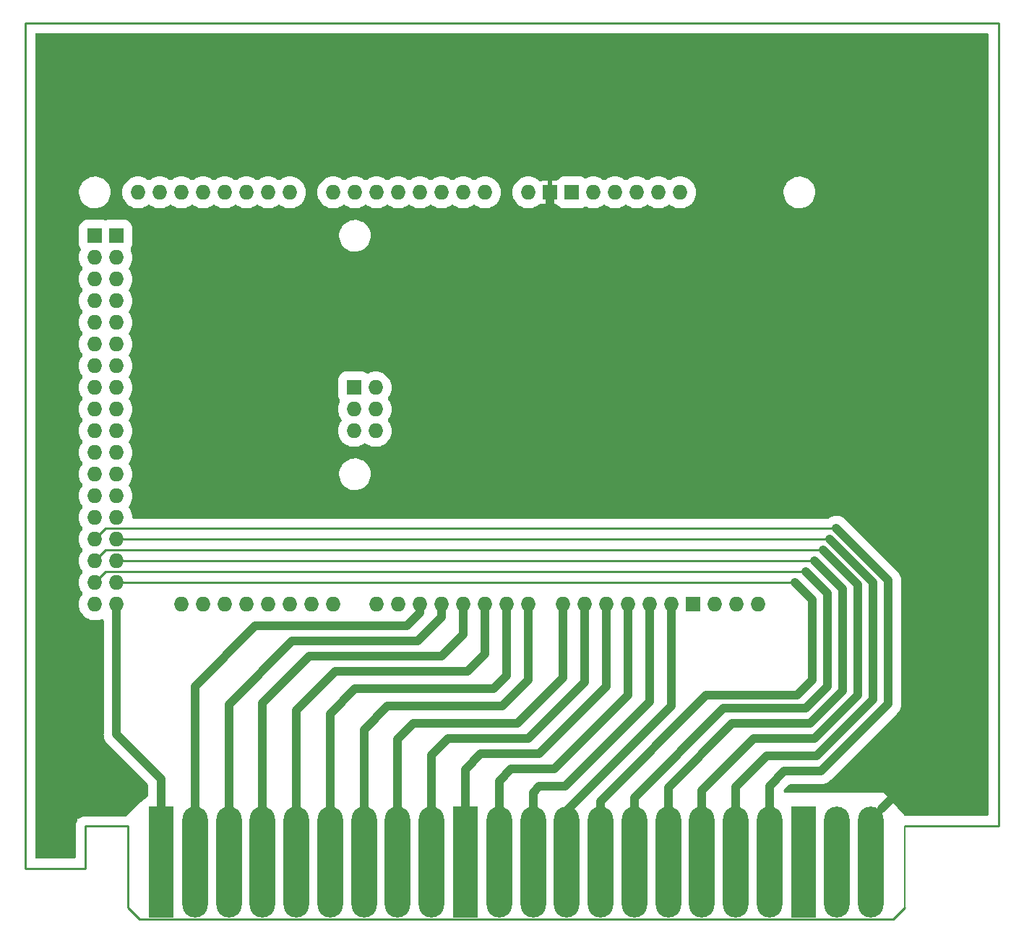
<source format=gbr>
%TF.GenerationSoftware,KiCad,Pcbnew,7.0.9*%
%TF.CreationDate,2023-11-10T10:13:10-06:00*%
%TF.ProjectId,controlSemaforicoMEga,636f6e74-726f-46c5-9365-6d61666f7269,rev?*%
%TF.SameCoordinates,PX4ef7d2aPY852b4f0*%
%TF.FileFunction,Copper,L1,Top*%
%TF.FilePolarity,Positive*%
%FSLAX46Y46*%
G04 Gerber Fmt 4.6, Leading zero omitted, Abs format (unit mm)*
G04 Created by KiCad (PCBNEW 7.0.9) date 2023-11-10 10:13:10*
%MOMM*%
%LPD*%
G01*
G04 APERTURE LIST*
%TA.AperFunction,NonConductor*%
%ADD10C,0.254000*%
%TD*%
%TA.AperFunction,NonConductor*%
%ADD11C,0.150000*%
%TD*%
%TA.AperFunction,ComponentPad*%
%ADD12O,1.727200X1.727200*%
%TD*%
%TA.AperFunction,ComponentPad*%
%ADD13R,1.727200X1.727200*%
%TD*%
%TA.AperFunction,SMDPad,CuDef*%
%ADD14R,3.000000X13.000000*%
%TD*%
%TA.AperFunction,SMDPad,CuDef*%
%ADD15O,3.000000X13.000000*%
%TD*%
%TA.AperFunction,Conductor*%
%ADD16C,1.000000*%
%TD*%
%TA.AperFunction,Conductor*%
%ADD17C,0.250000*%
%TD*%
%TA.AperFunction,Conductor*%
%ADD18C,0.203200*%
%TD*%
%TA.AperFunction,Conductor*%
%ADD19C,0.800000*%
%TD*%
G04 APERTURE END LIST*
D10*
X11988800Y-4622800D02*
X13360400Y-5994400D01*
X13360400Y-5994400D02*
X101625400Y-5994400D01*
X102997000Y5003800D02*
X113995200Y5003800D01*
X0Y99009200D02*
X113995200Y99009200D01*
X0Y0D02*
X0Y99009200D01*
X7010400Y0D02*
X7010400Y4953000D01*
D11*
X103000000Y-4632000D02*
X103000000Y5000000D01*
D10*
X0Y0D02*
X7010400Y0D01*
X7010400Y4953000D02*
X11988800Y4953000D01*
X11988800Y-4622800D02*
X11988800Y4953000D01*
X101625400Y-5994400D02*
X102997000Y-4622800D01*
X113995200Y5003800D02*
X113995200Y99009200D01*
D12*
%TO.P,A1,*%
%TO.N,*%
X76707990Y79186000D03*
%TO.P,A1,3V3,3.3V*%
%TO.N,unconnected-(A1-3.3V-Pad3V3)*%
X69087990Y79186000D03*
%TO.P,A1,5V1,5V*%
%TO.N,unconnected-(A1-5V-Pad5V1)*%
X66547990Y79186000D03*
%TO.P,A1,5V2,SPI_5V*%
%TO.N,unconnected-(A1-SPI_5V-Pad5V2)*%
X38480990Y51246000D03*
%TO.P,A1,5V3,5V*%
%TO.N,VCC*%
X10667990Y30926000D03*
%TO.P,A1,5V4,5V*%
%TO.N,unconnected-(A1-5V-Pad5V4)*%
X8127990Y30926000D03*
%TO.P,A1,A0,A0*%
%TO.N,unconnected-(A1-PadA0)*%
X53847990Y79186000D03*
%TO.P,A1,A1,A1*%
%TO.N,unconnected-(A1-PadA1)*%
X51307990Y79186000D03*
%TO.P,A1,A2,A2*%
%TO.N,unconnected-(A1-PadA2)*%
X48767990Y79186000D03*
%TO.P,A1,A3,A3*%
%TO.N,unconnected-(A1-PadA3)*%
X46227990Y79186000D03*
%TO.P,A1,A4,A4*%
%TO.N,unconnected-(A1-PadA4)*%
X43687990Y79186000D03*
%TO.P,A1,A5,A5*%
%TO.N,unconnected-(A1-PadA5)*%
X41147990Y79186000D03*
%TO.P,A1,A6,A6*%
%TO.N,unconnected-(A1-PadA6)*%
X38607990Y79186000D03*
%TO.P,A1,A7,A7*%
%TO.N,unconnected-(A1-PadA7)*%
X36067990Y79186000D03*
%TO.P,A1,A8,A8*%
%TO.N,unconnected-(A1-PadA8)*%
X30987990Y79186000D03*
%TO.P,A1,A9,A9*%
%TO.N,unconnected-(A1-PadA9)*%
X28447990Y79186000D03*
%TO.P,A1,A10,A10*%
%TO.N,unconnected-(A1-PadA10)*%
X25907990Y79186000D03*
%TO.P,A1,A11,A11*%
%TO.N,unconnected-(A1-PadA11)*%
X23367990Y79186000D03*
%TO.P,A1,A12,A12*%
%TO.N,unconnected-(A1-PadA12)*%
X20827990Y79186000D03*
%TO.P,A1,A13,A13*%
%TO.N,unconnected-(A1-PadA13)*%
X18287990Y79186000D03*
%TO.P,A1,A14,A14*%
%TO.N,unconnected-(A1-PadA14)*%
X15747990Y79186000D03*
%TO.P,A1,A15,A15*%
%TO.N,unconnected-(A1-PadA15)*%
X13207990Y79186000D03*
%TO.P,A1,AREF,AREF*%
%TO.N,unconnected-(A1-PadAREF)*%
X80771990Y30926000D03*
%TO.P,A1,D0,D0/RX0*%
%TO.N,unconnected-(A1-D0{slash}RX0-PadD0)*%
X41147990Y30926000D03*
%TO.P,A1,D1,D1/TX0*%
%TO.N,unconnected-(A1-D1{slash}TX0-PadD1)*%
X43687990Y30926000D03*
%TO.P,A1,D2,D2_INT0*%
%TO.N,Net-(A1-D2_INT0)*%
X46227990Y30926000D03*
%TO.P,A1,D3,D3_INT1*%
%TO.N,Net-(A1-D3_INT1)*%
X48767990Y30926000D03*
%TO.P,A1,D4,D4*%
%TO.N,Net-(J1-Pin_4)*%
X51307990Y30926000D03*
%TO.P,A1,D5,D5*%
%TO.N,Net-(J1-Pin_5)*%
X53847990Y30926000D03*
%TO.P,A1,D6,D6*%
%TO.N,Net-(J1-Pin_6)*%
X56387990Y30926000D03*
%TO.P,A1,D7,D7*%
%TO.N,Net-(J1-Pin_7)*%
X58927990Y30926000D03*
%TO.P,A1,D8,D8*%
%TO.N,Net-(J1-Pin_8)*%
X62991990Y30926000D03*
%TO.P,A1,D9,D9*%
%TO.N,Net-(J1-Pin_9)*%
X65531990Y30926000D03*
%TO.P,A1,D10,D10*%
%TO.N,Net-(J1-Pin_10)*%
X68071990Y30926000D03*
%TO.P,A1,D11,D11*%
%TO.N,Net-(J1-Pin_11)*%
X70611990Y30926000D03*
%TO.P,A1,D12,D12*%
%TO.N,Net-(J1-Pin_12)*%
X73151990Y30926000D03*
%TO.P,A1,D13,D13*%
%TO.N,Net-(J1-Pin_13)*%
X75691990Y30926000D03*
%TO.P,A1,D14,D14/TX3*%
%TO.N,unconnected-(A1-D14{slash}TX3-PadD14)*%
X36067990Y30926000D03*
%TO.P,A1,D15,D15/RX3*%
%TO.N,unconnected-(A1-D15{slash}RX3-PadD15)*%
X33527990Y30926000D03*
%TO.P,A1,D16,D16/TX2*%
%TO.N,unconnected-(A1-D16{slash}TX2-PadD16)*%
X30987990Y30926000D03*
%TO.P,A1,D17,D17/RX2*%
%TO.N,unconnected-(A1-D17{slash}RX2-PadD17)*%
X28447990Y30926000D03*
%TO.P,A1,D18,D18/TX1*%
%TO.N,unconnected-(A1-D18{slash}TX1-PadD18)*%
X25907990Y30926000D03*
%TO.P,A1,D19,D19/RX1*%
%TO.N,unconnected-(A1-D19{slash}RX1-PadD19)*%
X23367990Y30926000D03*
%TO.P,A1,D20,D20/SDA*%
%TO.N,unconnected-(A1-D20{slash}SDA-PadD20)*%
X20827990Y30926000D03*
%TO.P,A1,D21,D21/SCL*%
%TO.N,unconnected-(A1-D21{slash}SCL-PadD21)*%
X18287990Y30926000D03*
%TO.P,A1,D22,D22*%
%TO.N,Net-(J1-Pin_14)*%
X10667990Y33466000D03*
%TO.P,A1,D23,D23*%
%TO.N,Net-(J1-Pin_15)*%
X8127990Y33466000D03*
%TO.P,A1,D24,D24*%
%TO.N,Net-(J1-Pin_16)*%
X10667990Y36006000D03*
%TO.P,A1,D25,D25*%
%TO.N,Net-(J1-Pin_17)*%
X8127990Y36006000D03*
%TO.P,A1,D26,D26*%
%TO.N,Net-(J1-Pin_18)*%
X10667990Y38546000D03*
%TO.P,A1,D27,D27*%
%TO.N,Net-(J1-Pin_19)*%
X8127990Y38546000D03*
%TO.P,A1,D28,D28*%
%TO.N,unconnected-(A1-PadD28)*%
X10667990Y41086000D03*
%TO.P,A1,D29,D29*%
%TO.N,unconnected-(A1-PadD29)*%
X8127990Y41086000D03*
%TO.P,A1,D30,D30*%
%TO.N,unconnected-(A1-PadD30)*%
X10667990Y43626000D03*
%TO.P,A1,D31,D31*%
%TO.N,unconnected-(A1-PadD31)*%
X8127990Y43626000D03*
%TO.P,A1,D32,D32*%
%TO.N,unconnected-(A1-PadD32)*%
X10667990Y46166000D03*
%TO.P,A1,D33,D33*%
%TO.N,unconnected-(A1-PadD33)*%
X8127990Y46166000D03*
%TO.P,A1,D34,D34*%
%TO.N,unconnected-(A1-PadD34)*%
X10667990Y48706000D03*
%TO.P,A1,D35,D35*%
%TO.N,unconnected-(A1-PadD35)*%
X8127990Y48706000D03*
%TO.P,A1,D36,D36*%
%TO.N,unconnected-(A1-PadD36)*%
X10667990Y51246000D03*
%TO.P,A1,D37,D37*%
%TO.N,unconnected-(A1-PadD37)*%
X8127990Y51246000D03*
%TO.P,A1,D38,D38*%
%TO.N,unconnected-(A1-PadD38)*%
X10667990Y53786000D03*
%TO.P,A1,D39,D39*%
%TO.N,unconnected-(A1-PadD39)*%
X8127990Y53786000D03*
%TO.P,A1,D40,D40*%
%TO.N,unconnected-(A1-PadD40)*%
X10667990Y56326000D03*
%TO.P,A1,D41,D41*%
%TO.N,unconnected-(A1-PadD41)*%
X8127990Y56326000D03*
%TO.P,A1,D42,D42*%
%TO.N,unconnected-(A1-PadD42)*%
X10667990Y58866000D03*
%TO.P,A1,D43,D43*%
%TO.N,unconnected-(A1-PadD43)*%
X8127990Y58866000D03*
%TO.P,A1,D44,D44*%
%TO.N,unconnected-(A1-PadD44)*%
X10667990Y61406000D03*
%TO.P,A1,D45,D45*%
%TO.N,unconnected-(A1-PadD45)*%
X8127990Y61406000D03*
%TO.P,A1,D46,D46*%
%TO.N,unconnected-(A1-PadD46)*%
X10667990Y63946000D03*
%TO.P,A1,D47,D47*%
%TO.N,unconnected-(A1-PadD47)*%
X8127990Y63946000D03*
%TO.P,A1,D48,D48*%
%TO.N,unconnected-(A1-PadD48)*%
X10667990Y66486000D03*
%TO.P,A1,D49,D49*%
%TO.N,unconnected-(A1-PadD49)*%
X8127990Y66486000D03*
%TO.P,A1,D50,D50_MISO*%
%TO.N,unconnected-(A1-D50_MISO-PadD50)*%
X10667990Y69026000D03*
%TO.P,A1,D51,D51_MOSI*%
%TO.N,unconnected-(A1-D51_MOSI-PadD51)*%
X8127990Y69026000D03*
%TO.P,A1,D52,D52_SCK*%
%TO.N,unconnected-(A1-D52_SCK-PadD52)*%
X10667990Y71566000D03*
%TO.P,A1,D53,D53_CS*%
%TO.N,unconnected-(A1-D53_CS-PadD53)*%
X8127990Y71566000D03*
D13*
%TO.P,A1,GND1,GND*%
%TO.N,unconnected-(A1-GND-PadGND1)*%
X78231990Y30926000D03*
%TO.P,A1,GND2,GND*%
%TO.N,unconnected-(A1-GND-PadGND2)*%
X64007990Y79186000D03*
%TO.P,A1,GND3,GND*%
%TO.N,GND*%
X61467990Y79186000D03*
%TO.P,A1,GND4,SPI_GND*%
%TO.N,unconnected-(A1-SPI_GND-PadGND4)*%
X38480990Y56326000D03*
%TO.P,A1,GND5,GND*%
%TO.N,unconnected-(A1-GND-PadGND5)*%
X10667990Y74106000D03*
%TO.P,A1,GND6,GND*%
%TO.N,unconnected-(A1-GND-PadGND6)*%
X8127990Y74106000D03*
D12*
%TO.P,A1,IORF,IOREF*%
%TO.N,unconnected-(A1-IOREF-PadIORF)*%
X74167990Y79186000D03*
%TO.P,A1,MISO,SPI_MISO*%
%TO.N,unconnected-(A1-SPI_MISO-PadMISO)*%
X41020990Y51246000D03*
%TO.P,A1,MOSI,SPI_MOSI*%
%TO.N,unconnected-(A1-SPI_MOSI-PadMOSI)*%
X38480990Y53786000D03*
%TO.P,A1,RST1,RESET*%
%TO.N,unconnected-(A1-RESET-PadRST1)*%
X71627990Y79186000D03*
%TO.P,A1,RST2,SPI_RESET*%
%TO.N,unconnected-(A1-SPI_RESET-PadRST2)*%
X41020990Y56326000D03*
%TO.P,A1,SCK,SPI_SCK*%
%TO.N,unconnected-(A1-SPI_SCK-PadSCK)*%
X41020990Y53786000D03*
%TO.P,A1,SCL,SCL*%
%TO.N,unconnected-(A1-PadSCL)*%
X85851990Y30926000D03*
%TO.P,A1,SDA,SDA*%
%TO.N,unconnected-(A1-PadSDA)*%
X83311990Y30926000D03*
%TO.P,A1,VIN,VIN*%
%TO.N,unconnected-(A1-PadVIN)*%
X58927990Y79186000D03*
%TD*%
D14*
%TO.P,J1,1,Pin_1*%
%TO.N,VCC*%
X15900000Y700000D03*
D15*
%TO.P,J1,2,Pin_2*%
%TO.N,Net-(A1-D2_INT0)*%
X19860000Y700000D03*
%TO.P,J1,3,Pin_3*%
%TO.N,Net-(A1-D3_INT1)*%
X23820000Y700000D03*
%TO.P,J1,4,Pin_4*%
%TO.N,Net-(J1-Pin_4)*%
X27780000Y700000D03*
%TO.P,J1,5,Pin_5*%
%TO.N,Net-(J1-Pin_5)*%
X31740000Y700000D03*
%TO.P,J1,6,Pin_6*%
%TO.N,Net-(J1-Pin_6)*%
X35700000Y700000D03*
%TO.P,J1,7,Pin_7*%
%TO.N,Net-(J1-Pin_7)*%
X39660000Y700000D03*
%TO.P,J1,8,Pin_8*%
%TO.N,Net-(J1-Pin_8)*%
X43620000Y700000D03*
%TO.P,J1,9,Pin_9*%
%TO.N,Net-(J1-Pin_9)*%
X47580000Y700000D03*
D14*
%TO.P,J1,10,Pin_10*%
%TO.N,Net-(J1-Pin_10)*%
X51540000Y700000D03*
D15*
%TO.P,J1,11,Pin_11*%
%TO.N,Net-(J1-Pin_11)*%
X55500000Y700000D03*
%TO.P,J1,12,Pin_12*%
%TO.N,Net-(J1-Pin_12)*%
X59460000Y700000D03*
%TO.P,J1,13,Pin_13*%
%TO.N,Net-(J1-Pin_13)*%
X63420000Y700000D03*
%TO.P,J1,14,Pin_14*%
%TO.N,Net-(J1-Pin_14)*%
X67379990Y700000D03*
%TO.P,J1,15,Pin_15*%
%TO.N,Net-(J1-Pin_15)*%
X71339990Y700000D03*
%TO.P,J1,16,Pin_16*%
%TO.N,Net-(J1-Pin_16)*%
X75299990Y700000D03*
%TO.P,J1,17,Pin_17*%
%TO.N,Net-(J1-Pin_17)*%
X79259990Y700000D03*
%TO.P,J1,18,Pin_18*%
%TO.N,Net-(J1-Pin_18)*%
X83219990Y700000D03*
%TO.P,J1,19,Pin_19*%
%TO.N,Net-(J1-Pin_19)*%
X87179990Y700000D03*
D14*
%TO.P,J1,20,Pin_20*%
%TO.N,unconnected-(J1-Pin_20-Pad20)*%
X91139990Y700000D03*
D15*
%TO.P,J1,21,Pin_21*%
%TO.N,unconnected-(J1-Pin_21-Pad21)*%
X95099990Y700000D03*
%TO.P,J1,22,Pin_22*%
%TO.N,GND*%
X99059990Y700000D03*
%TD*%
D16*
%TO.N,VCC*%
X15900000Y10453990D02*
X15900000Y700000D01*
X10667990Y15686000D02*
X15900000Y10453990D01*
X15900000Y700000D02*
X15900000Y6389600D01*
X10667990Y30926000D02*
X10667990Y15686000D01*
D17*
%TO.N,Net-(A1-D2_INT0)*%
X19860000Y296000D02*
X19964000Y192000D01*
D16*
X26923990Y28386000D02*
X19860000Y21322010D01*
X19860000Y21322010D02*
X19860000Y700000D01*
X44703990Y28386000D02*
X26923990Y28386000D01*
D18*
X46227990Y31180000D02*
X46227990Y30926000D01*
D17*
X19860000Y700000D02*
X19860000Y296000D01*
D16*
X46227990Y29910000D02*
X44703990Y28386000D01*
X46227990Y30926000D02*
X46227990Y29910000D01*
%TO.N,Net-(A1-D3_INT1)*%
X48767990Y30926000D02*
X48767990Y29402000D01*
X45973990Y26608000D02*
X31241990Y26608000D01*
X31241990Y26608000D02*
X23820000Y19186010D01*
X48767990Y29402000D02*
X45973990Y26608000D01*
X23820000Y19186010D02*
X23820000Y700000D01*
%TO.N,Net-(J1-Pin_4)*%
X48767990Y24830000D02*
X33273990Y24830000D01*
X51307990Y30926000D02*
X51307990Y27370000D01*
X51307990Y27370000D02*
X48767990Y24830000D01*
X27780000Y19336010D02*
X27780000Y700000D01*
X33273990Y24830000D02*
X27780000Y19336010D01*
%TO.N,Net-(J1-Pin_5)*%
X53847990Y25084000D02*
X53847990Y30926000D01*
X31740000Y700000D02*
X31740000Y18470010D01*
X36321990Y23052000D02*
X51815990Y23052000D01*
X51815990Y23052000D02*
X53847990Y25084000D01*
X31740000Y18470010D02*
X36321990Y23052000D01*
%TO.N,Net-(J1-Pin_6)*%
X35700000Y700000D02*
X35700000Y18112010D01*
X35700000Y18112010D02*
X38607990Y21020000D01*
X56387990Y22544000D02*
X56387990Y30926000D01*
X38607990Y21020000D02*
X54863990Y21020000D01*
X54863990Y21020000D02*
X56387990Y22544000D01*
D18*
%TO.N,Net-(J1-Pin_7)*%
X59054990Y30926000D02*
X58927990Y30926000D01*
D16*
X58927990Y22036000D02*
X58927990Y30926000D01*
X39660000Y700000D02*
X39660000Y16230010D01*
X39660000Y16230010D02*
X42417990Y18988000D01*
X55879990Y18988000D02*
X58927990Y22036000D01*
X42417990Y18988000D02*
X55879990Y18988000D01*
%TO.N,Net-(J1-Pin_8)*%
X43620000Y700000D02*
X43620000Y15110010D01*
X45465990Y16956000D02*
X57657990Y16956000D01*
X62991990Y22290000D02*
X62991990Y30926000D01*
X57657990Y16956000D02*
X62991990Y22290000D01*
X43620000Y15110010D02*
X45465990Y16956000D01*
%TO.N,Net-(J1-Pin_9)*%
X49529990Y15178000D02*
X58927990Y15178000D01*
X65531990Y21782000D02*
X65531990Y30926000D01*
X58927990Y15178000D02*
X65531990Y21782000D01*
X47580000Y13228010D02*
X49529990Y15178000D01*
X47580000Y700000D02*
X47580000Y13228010D01*
D17*
%TO.N,Net-(J1-Pin_10)*%
X51169990Y1070010D02*
X51540000Y700000D01*
D16*
X68071990Y21274000D02*
X68071990Y30926000D01*
X53339990Y13400000D02*
X60197990Y13400000D01*
X51540000Y700000D02*
X51540000Y11600010D01*
X51540000Y11600010D02*
X53339990Y13400000D01*
X60197990Y13400000D02*
X68071990Y21274000D01*
%TO.N,Net-(J1-Pin_11)*%
X55500000Y700000D02*
X55500000Y10226010D01*
X70611990Y20258000D02*
X70611990Y30926000D01*
X55500000Y10226010D02*
X56895990Y11622000D01*
X56895990Y11622000D02*
X61975990Y11622000D01*
X61975990Y11622000D02*
X70611990Y20258000D01*
D17*
%TO.N,Net-(J1-Pin_12)*%
X60059990Y1299990D02*
X59460000Y700000D01*
X59424990Y735010D02*
X59460000Y700000D01*
D16*
X63245990Y9590000D02*
X73151990Y19496000D01*
D19*
X60096000Y1336000D02*
X59460000Y700000D01*
D16*
X59460000Y8852010D02*
X60197990Y9590000D01*
X59460000Y700000D02*
X59460000Y8852010D01*
X60197990Y9590000D02*
X63245990Y9590000D01*
X73151990Y19496000D02*
X73151990Y30926000D01*
D17*
%TO.N,Net-(J1-Pin_13)*%
X63420000Y700000D02*
X63420000Y6716010D01*
D16*
X75691990Y18988000D02*
X75691990Y30926000D01*
X63420000Y6716010D02*
X75691990Y18988000D01*
D17*
%TO.N,Net-(J1-Pin_14)*%
X90169990Y33466000D02*
X10667990Y33466000D01*
D16*
X90423990Y20258000D02*
X92201990Y22036000D01*
X79755990Y20258000D02*
X90423990Y20258000D01*
X92201990Y31434000D02*
X90169990Y33466000D01*
X92201990Y31434000D02*
X92201990Y22036000D01*
X67379990Y700000D02*
X67379990Y7882000D01*
X67379990Y7882000D02*
X79755990Y20258000D01*
%TO.N,Net-(J1-Pin_15)*%
X93979990Y32196000D02*
X91439990Y34736000D01*
X93979990Y21274000D02*
X93979990Y32196000D01*
X71339990Y8286000D02*
X81787990Y18734000D01*
X71339990Y700000D02*
X71339990Y8286000D01*
X91439990Y18734000D02*
X93979990Y21274000D01*
X81787990Y18734000D02*
X91439990Y18734000D01*
D17*
X9397990Y34736000D02*
X8127990Y33466000D01*
X91439990Y34736000D02*
X9397990Y34736000D01*
D16*
%TO.N,Net-(J1-Pin_16)*%
X75299990Y700000D02*
X75299990Y9452000D01*
X82803990Y16956000D02*
X91947990Y16956000D01*
X95757990Y32704000D02*
X92455990Y36006000D01*
D17*
X90423990Y36006000D02*
X10667990Y36006000D01*
D16*
X75299990Y9452000D02*
X82803990Y16956000D01*
X95757990Y20766000D02*
X95757990Y32704000D01*
D17*
X92455990Y36006000D02*
X90423990Y36006000D01*
D16*
X91947990Y16956000D02*
X95757990Y20766000D01*
%TO.N,Net-(J1-Pin_17)*%
X79259990Y9094000D02*
X85343990Y15178000D01*
D17*
X93471990Y37276000D02*
X9397990Y37276000D01*
D16*
X92455990Y15178000D02*
X97535990Y20258000D01*
D17*
X9397990Y37276000D02*
X8127990Y36006000D01*
D16*
X85343990Y15178000D02*
X92455990Y15178000D01*
X97535990Y33212000D02*
X93471990Y37276000D01*
X79259990Y700000D02*
X79259990Y9094000D01*
X97535990Y20258000D02*
X97535990Y33212000D01*
%TO.N,Net-(J1-Pin_18)*%
X99313990Y33466000D02*
X94233990Y38546000D01*
X83219990Y700000D02*
X83219990Y9498000D01*
D17*
X94233990Y38546000D02*
X90677990Y38546000D01*
D16*
X86867990Y13146000D02*
X92709990Y13146000D01*
X99313990Y19750000D02*
X99313990Y33466000D01*
D17*
X90677990Y38546000D02*
X10667990Y38546000D01*
D16*
X83219990Y9498000D02*
X86867990Y13146000D01*
X92709990Y13146000D02*
X99313990Y19750000D01*
%TO.N,Net-(J1-Pin_19)*%
X87179990Y9648000D02*
X88899990Y11368000D01*
X93217990Y11368000D02*
X101091990Y19242000D01*
X87179990Y700000D02*
X87179990Y9648000D01*
X101091990Y33720000D02*
X94995990Y39816000D01*
X88899990Y11368000D02*
X93217990Y11368000D01*
X101091990Y19242000D02*
X101091990Y33720000D01*
D17*
X9397990Y39816000D02*
X8127990Y38546000D01*
X94995990Y39816000D02*
X9397990Y39816000D01*
D16*
%TO.N,GND*%
X103148264Y42585726D02*
X80771990Y64962000D01*
X66801990Y64962000D02*
X61467990Y70296000D01*
X103148264Y9788274D02*
X103148264Y42585726D01*
X80771990Y64962000D02*
X66801990Y64962000D01*
D17*
X99059990Y5700000D02*
X100329990Y6970000D01*
X99059990Y700000D02*
X99059990Y5700000D01*
D16*
X61467990Y70296000D02*
X61467990Y79186000D01*
X100329990Y6970000D02*
X103148264Y9788274D01*
%TD*%
%TA.AperFunction,Conductor*%
%TO.N,GND*%
G36*
X112713988Y97862746D02*
G01*
X112794770Y97808770D01*
X112848746Y97727988D01*
X112867700Y97632700D01*
X112867700Y6380300D01*
X112848746Y6285012D01*
X112794770Y6204230D01*
X112713988Y6150254D01*
X112618700Y6131300D01*
X103145685Y6131300D01*
X103050397Y6150254D01*
X102969615Y6204230D01*
X102961459Y6212784D01*
X100583990Y8828000D01*
X89083157Y8828000D01*
X88987869Y8846954D01*
X88907087Y8900930D01*
X88853111Y8981712D01*
X88834157Y9077000D01*
X88853111Y9172288D01*
X88907087Y9253070D01*
X89448587Y9794570D01*
X89529369Y9848546D01*
X89624657Y9867500D01*
X93117087Y9867500D01*
X93132502Y9866543D01*
X93135429Y9866179D01*
X93155769Y9863643D01*
X93249025Y9867500D01*
X93280057Y9867500D01*
X93290364Y9868355D01*
X93310982Y9870063D01*
X93404215Y9873918D01*
X93404219Y9873919D01*
X93404227Y9873919D01*
X93427172Y9878731D01*
X93442443Y9880957D01*
X93465811Y9882892D01*
X93465814Y9882893D01*
X93465816Y9882893D01*
X93556278Y9905802D01*
X93647604Y9924951D01*
X93669445Y9933474D01*
X93684135Y9938180D01*
X93706871Y9943937D01*
X93792325Y9981421D01*
X93879264Y10015344D01*
X93899416Y10027354D01*
X93913124Y10034409D01*
X93934597Y10043827D01*
X94012710Y10094861D01*
X94092884Y10142634D01*
X94110780Y10157792D01*
X94123139Y10167009D01*
X94142775Y10179836D01*
X94211425Y10243034D01*
X94235116Y10263098D01*
X94235122Y10263104D01*
X94235120Y10263101D01*
X94246092Y10274076D01*
X94257068Y10285051D01*
X94325728Y10348256D01*
X94340130Y10366762D01*
X94350345Y10378328D01*
X102081657Y18109641D01*
X102093238Y18119867D01*
X102111734Y18134262D01*
X102174950Y18202934D01*
X102196892Y18224875D01*
X102216947Y18248555D01*
X102216949Y18248557D01*
X102280149Y18317209D01*
X102280150Y18317211D01*
X102280154Y18317215D01*
X102292981Y18336851D01*
X102302198Y18349210D01*
X102317356Y18367106D01*
X102328011Y18384990D01*
X102365126Y18447275D01*
X102400256Y18501046D01*
X102416163Y18525393D01*
X102425579Y18546861D01*
X102432647Y18560591D01*
X102438650Y18570665D01*
X102444646Y18580727D01*
X102478570Y18667668D01*
X102516053Y18753119D01*
X102521808Y18775852D01*
X102526511Y18790533D01*
X102535040Y18812386D01*
X102554192Y18903726D01*
X102577098Y18994179D01*
X102579033Y19017545D01*
X102581257Y19032807D01*
X102586071Y19055763D01*
X102589927Y19149010D01*
X102590415Y19154891D01*
X102592490Y19179934D01*
X102592490Y19210965D01*
X102596347Y19304221D01*
X102593447Y19327489D01*
X102592490Y19342903D01*
X102592490Y33619099D01*
X102593447Y33634514D01*
X102596347Y33657782D01*
X102592490Y33751036D01*
X102592490Y33782066D01*
X102589927Y33812994D01*
X102586071Y33906234D01*
X102586071Y33906237D01*
X102581258Y33929190D01*
X102579033Y33944458D01*
X102577098Y33967821D01*
X102554188Y34058289D01*
X102535039Y34149614D01*
X102526514Y34171461D01*
X102521810Y34186147D01*
X102516053Y34208881D01*
X102478566Y34294341D01*
X102444646Y34381273D01*
X102432642Y34401419D01*
X102425578Y34415143D01*
X102416163Y34436607D01*
X102365126Y34514725D01*
X102317356Y34594894D01*
X102302207Y34612780D01*
X102292975Y34625161D01*
X102290259Y34629318D01*
X102280154Y34644785D01*
X102280150Y34644789D01*
X102280149Y34644791D01*
X102216955Y34713437D01*
X102196893Y34737126D01*
X102174941Y34759077D01*
X102111735Y34827737D01*
X102111731Y34827741D01*
X102093239Y34842134D01*
X102081662Y34852357D01*
X96013112Y40920906D01*
X95870888Y41041363D01*
X95870882Y41041368D01*
X95747916Y41114639D01*
X95657264Y41168656D01*
X95425604Y41259049D01*
X95425602Y41259050D01*
X95425598Y41259051D01*
X95182233Y41310081D01*
X95182218Y41310082D01*
X94933771Y41320358D01*
X94687006Y41289599D01*
X94448686Y41218648D01*
X94448675Y41218644D01*
X94225272Y41109429D01*
X94054995Y40987852D01*
X93966431Y40947908D01*
X93910306Y40941500D01*
X12779014Y40941500D01*
X12683726Y40960454D01*
X12602944Y41014430D01*
X12548968Y41095212D01*
X12530648Y41172734D01*
X12517830Y41351967D01*
X12461150Y41612519D01*
X12367967Y41862353D01*
X12240177Y42096383D01*
X12157534Y42206781D01*
X12115604Y42294420D01*
X12110403Y42391436D01*
X12142725Y42483057D01*
X12157530Y42505215D01*
X12240177Y42615617D01*
X12367967Y42849647D01*
X12461150Y43099481D01*
X12517830Y43360033D01*
X12536852Y43626000D01*
X12517830Y43891967D01*
X12461150Y44152519D01*
X12367967Y44402353D01*
X12240177Y44636383D01*
X12157534Y44746781D01*
X12115604Y44834420D01*
X12110403Y44931436D01*
X12142725Y45023057D01*
X12157530Y45045215D01*
X12240177Y45155617D01*
X12367967Y45389647D01*
X12461150Y45639481D01*
X12517830Y45900033D01*
X12532005Y46098232D01*
X36753777Y46098232D01*
X36783403Y45828988D01*
X36783404Y45828982D01*
X36851918Y45566912D01*
X36927248Y45389645D01*
X36957859Y45317613D01*
X36957862Y45317606D01*
X37098966Y45086399D01*
X37098968Y45086395D01*
X37098972Y45086390D01*
X37272245Y44878180D01*
X37377231Y44784112D01*
X37473986Y44697420D01*
X37473989Y44697417D01*
X37699893Y44547960D01*
X37699896Y44547959D01*
X37699900Y44547956D01*
X37945166Y44432980D01*
X38204559Y44354940D01*
X38472551Y44315500D01*
X38472557Y44315500D01*
X38675624Y44315500D01*
X38700600Y44317329D01*
X38878146Y44330323D01*
X39142543Y44389220D01*
X39395548Y44485986D01*
X39443807Y44513071D01*
X39631763Y44618556D01*
X39846163Y44784109D01*
X39846162Y44784109D01*
X39846167Y44784112D01*
X40034176Y44979119D01*
X40191789Y45199421D01*
X40315646Y45440325D01*
X40403108Y45696695D01*
X40452309Y45963067D01*
X40462202Y46233765D01*
X40432576Y46503018D01*
X40364062Y46765088D01*
X40258120Y47014390D01*
X40117008Y47245610D01*
X39943735Y47453820D01*
X39741992Y47634582D01*
X39741990Y47634584D01*
X39516086Y47784041D01*
X39383890Y47846012D01*
X39270814Y47899020D01*
X39011421Y47977060D01*
X39011417Y47977061D01*
X39011416Y47977061D01*
X38949705Y47986143D01*
X38743429Y48016500D01*
X38540359Y48016500D01*
X38540356Y48016500D01*
X38477477Y48011898D01*
X38337834Y48001677D01*
X38337830Y48001677D01*
X38337827Y48001676D01*
X38073432Y47942779D01*
X37820426Y47846012D01*
X37584216Y47713445D01*
X37369816Y47547892D01*
X37181801Y47352878D01*
X37024194Y47132584D01*
X37024189Y47132576D01*
X36900334Y46891677D01*
X36900333Y46891675D01*
X36812872Y46635310D01*
X36763671Y46368938D01*
X36763670Y46368927D01*
X36753778Y46098235D01*
X36753777Y46098232D01*
X12532005Y46098232D01*
X12536852Y46166000D01*
X12517830Y46431967D01*
X12461150Y46692519D01*
X12367967Y46942353D01*
X12240177Y47176383D01*
X12157534Y47286781D01*
X12115604Y47374420D01*
X12110403Y47471436D01*
X12142725Y47563057D01*
X12157530Y47585215D01*
X12240177Y47695617D01*
X12367967Y47929647D01*
X12461150Y48179481D01*
X12517830Y48440033D01*
X12536852Y48706000D01*
X12517830Y48971967D01*
X12461150Y49232519D01*
X12367967Y49482353D01*
X12240177Y49716383D01*
X12157534Y49826781D01*
X12115604Y49914420D01*
X12110403Y50011436D01*
X12142725Y50103057D01*
X12157530Y50125215D01*
X12240177Y50235617D01*
X12367967Y50469647D01*
X12461150Y50719481D01*
X12517830Y50980033D01*
X12536852Y51246000D01*
X36612128Y51246000D01*
X36631151Y50980026D01*
X36687826Y50719494D01*
X36687828Y50719486D01*
X36687830Y50719481D01*
X36781013Y50469647D01*
X36908803Y50235617D01*
X37068598Y50022156D01*
X37257146Y49833608D01*
X37470606Y49673814D01*
X37470605Y49673814D01*
X37470607Y49673813D01*
X37704637Y49546023D01*
X37954471Y49452840D01*
X37954480Y49452838D01*
X37954483Y49452837D01*
X38110802Y49418832D01*
X38215023Y49396160D01*
X38480990Y49377138D01*
X38746957Y49396160D01*
X38938472Y49437822D01*
X39007496Y49452837D01*
X39007497Y49452838D01*
X39007509Y49452840D01*
X39257343Y49546023D01*
X39491373Y49673813D01*
X39601770Y49756456D01*
X39689410Y49798386D01*
X39786426Y49803587D01*
X39878047Y49771265D01*
X39900204Y49756460D01*
X40010606Y49673814D01*
X40010605Y49673814D01*
X40010607Y49673813D01*
X40244637Y49546023D01*
X40494471Y49452840D01*
X40494480Y49452838D01*
X40494483Y49452837D01*
X40650802Y49418832D01*
X40755023Y49396160D01*
X41020990Y49377138D01*
X41286957Y49396160D01*
X41478472Y49437822D01*
X41547496Y49452837D01*
X41547497Y49452838D01*
X41547509Y49452840D01*
X41797343Y49546023D01*
X42031373Y49673813D01*
X42244834Y49833608D01*
X42433382Y50022156D01*
X42593177Y50235617D01*
X42720967Y50469647D01*
X42814150Y50719481D01*
X42870830Y50980033D01*
X42889852Y51246000D01*
X42870830Y51511967D01*
X42814150Y51772519D01*
X42720967Y52022353D01*
X42593177Y52256383D01*
X42510534Y52366781D01*
X42468604Y52454420D01*
X42463403Y52551436D01*
X42495725Y52643057D01*
X42510530Y52665215D01*
X42593177Y52775617D01*
X42720967Y53009647D01*
X42814150Y53259481D01*
X42870830Y53520033D01*
X42889852Y53786000D01*
X42870830Y54051967D01*
X42814150Y54312519D01*
X42720967Y54562353D01*
X42593177Y54796383D01*
X42510534Y54906781D01*
X42468604Y54994420D01*
X42463403Y55091436D01*
X42495725Y55183057D01*
X42510530Y55205215D01*
X42593177Y55315617D01*
X42720967Y55549647D01*
X42814150Y55799481D01*
X42870830Y56060033D01*
X42889852Y56326000D01*
X42870830Y56591967D01*
X42814150Y56852519D01*
X42720967Y57102353D01*
X42593177Y57336383D01*
X42433382Y57549844D01*
X42244834Y57738392D01*
X42031373Y57898187D01*
X42031374Y57898187D01*
X41797345Y58025976D01*
X41797341Y58025978D01*
X41733873Y58049651D01*
X41547509Y58119160D01*
X41547504Y58119162D01*
X41547496Y58119164D01*
X41286964Y58175839D01*
X41286960Y58175840D01*
X41286957Y58175840D01*
X41020990Y58194862D01*
X40755023Y58175840D01*
X40755020Y58175840D01*
X40755015Y58175839D01*
X40494483Y58119164D01*
X40494473Y58119161D01*
X40494471Y58119160D01*
X40420166Y58091446D01*
X40244640Y58025979D01*
X40186399Y57994177D01*
X40093683Y57965147D01*
X39996914Y57973808D01*
X39910827Y58018841D01*
X39909715Y58019743D01*
X39902068Y58025978D01*
X39897997Y58029298D01*
X39897996Y58029299D01*
X39897993Y58029301D01*
X39717643Y58123507D01*
X39717642Y58123508D01*
X39717639Y58123509D01*
X39522008Y58179486D01*
X39498131Y58181609D01*
X39402631Y58190100D01*
X39402627Y58190100D01*
X38349328Y58190100D01*
X37559351Y58190099D01*
X37439975Y58179487D01*
X37244344Y58123510D01*
X37244336Y58123507D01*
X37063987Y58029301D01*
X37063982Y58029298D01*
X36906283Y57900711D01*
X36906279Y57900707D01*
X36777692Y57743008D01*
X36777689Y57743003D01*
X36683483Y57562654D01*
X36683480Y57562646D01*
X36627505Y57367022D01*
X36627504Y57367018D01*
X36616890Y57247642D01*
X36616891Y55404361D01*
X36627503Y55284986D01*
X36627503Y55284983D01*
X36627504Y55284982D01*
X36682885Y55091436D01*
X36683480Y55089355D01*
X36683483Y55089347D01*
X36777689Y54908997D01*
X36777691Y54908994D01*
X36777692Y54908993D01*
X36779496Y54906780D01*
X36787247Y54897275D01*
X36832775Y54811448D01*
X36841992Y54714731D01*
X36813495Y54621849D01*
X36812813Y54620591D01*
X36781011Y54562350D01*
X36687830Y54312518D01*
X36687826Y54312507D01*
X36631151Y54051975D01*
X36612128Y53786000D01*
X36631151Y53520026D01*
X36687826Y53259494D01*
X36687828Y53259486D01*
X36687830Y53259481D01*
X36757339Y53073117D01*
X36781012Y53009649D01*
X36781014Y53009645D01*
X36908802Y52775618D01*
X36991445Y52665220D01*
X37033376Y52577579D01*
X37038575Y52480563D01*
X37006253Y52388942D01*
X36991445Y52366780D01*
X36908802Y52256383D01*
X36781014Y52022356D01*
X36781012Y52022352D01*
X36687830Y51772518D01*
X36687826Y51772507D01*
X36631151Y51511975D01*
X36612128Y51246000D01*
X12536852Y51246000D01*
X12517830Y51511967D01*
X12461150Y51772519D01*
X12367967Y52022353D01*
X12240177Y52256383D01*
X12157534Y52366781D01*
X12115604Y52454420D01*
X12110403Y52551436D01*
X12142725Y52643057D01*
X12157530Y52665215D01*
X12240177Y52775617D01*
X12367967Y53009647D01*
X12461150Y53259481D01*
X12517830Y53520033D01*
X12536852Y53786000D01*
X12517830Y54051967D01*
X12461150Y54312519D01*
X12367967Y54562353D01*
X12240177Y54796383D01*
X12157534Y54906781D01*
X12115604Y54994420D01*
X12110403Y55091436D01*
X12142725Y55183057D01*
X12157530Y55205215D01*
X12240177Y55315617D01*
X12367967Y55549647D01*
X12461150Y55799481D01*
X12517830Y56060033D01*
X12536852Y56326000D01*
X12517830Y56591967D01*
X12461150Y56852519D01*
X12367967Y57102353D01*
X12240177Y57336383D01*
X12157534Y57446781D01*
X12115604Y57534420D01*
X12110403Y57631436D01*
X12142725Y57723057D01*
X12157530Y57745215D01*
X12240177Y57855617D01*
X12367967Y58089647D01*
X12461150Y58339481D01*
X12517830Y58600033D01*
X12536852Y58866000D01*
X12517830Y59131967D01*
X12461150Y59392519D01*
X12367967Y59642353D01*
X12240177Y59876383D01*
X12157534Y59986781D01*
X12115604Y60074420D01*
X12110403Y60171436D01*
X12142725Y60263057D01*
X12157530Y60285215D01*
X12240177Y60395617D01*
X12367967Y60629647D01*
X12461150Y60879481D01*
X12517830Y61140033D01*
X12536852Y61406000D01*
X12517830Y61671967D01*
X12461150Y61932519D01*
X12367967Y62182353D01*
X12240177Y62416383D01*
X12157534Y62526781D01*
X12115604Y62614420D01*
X12110403Y62711436D01*
X12142725Y62803057D01*
X12157530Y62825215D01*
X12240177Y62935617D01*
X12367967Y63169647D01*
X12461150Y63419481D01*
X12517830Y63680033D01*
X12536852Y63946000D01*
X12517830Y64211967D01*
X12461150Y64472519D01*
X12367967Y64722353D01*
X12240177Y64956383D01*
X12157534Y65066781D01*
X12115604Y65154420D01*
X12110403Y65251436D01*
X12142725Y65343057D01*
X12157530Y65365215D01*
X12240177Y65475617D01*
X12367967Y65709647D01*
X12461150Y65959481D01*
X12517830Y66220033D01*
X12536852Y66486000D01*
X12517830Y66751967D01*
X12461150Y67012519D01*
X12367967Y67262353D01*
X12240177Y67496383D01*
X12157534Y67606781D01*
X12115604Y67694420D01*
X12110403Y67791436D01*
X12142725Y67883057D01*
X12157530Y67905215D01*
X12240177Y68015617D01*
X12367967Y68249647D01*
X12461150Y68499481D01*
X12517830Y68760033D01*
X12536852Y69026000D01*
X12517830Y69291967D01*
X12461150Y69552519D01*
X12367967Y69802353D01*
X12240177Y70036383D01*
X12157534Y70146781D01*
X12115604Y70234420D01*
X12110403Y70331436D01*
X12142725Y70423057D01*
X12157530Y70445215D01*
X12240177Y70555617D01*
X12367967Y70789647D01*
X12461150Y71039481D01*
X12517830Y71300033D01*
X12536852Y71566000D01*
X12517830Y71831967D01*
X12461150Y72092519D01*
X12367967Y72342353D01*
X12336167Y72400591D01*
X12307137Y72493300D01*
X12315795Y72590069D01*
X12360826Y72676158D01*
X12361495Y72676984D01*
X12371288Y72688993D01*
X12465499Y72869351D01*
X12521476Y73064982D01*
X12532090Y73184363D01*
X12532090Y74038232D01*
X36753777Y74038232D01*
X36783403Y73768988D01*
X36783404Y73768982D01*
X36851918Y73506912D01*
X36957859Y73257613D01*
X36957862Y73257606D01*
X37098966Y73026399D01*
X37098968Y73026395D01*
X37098972Y73026390D01*
X37098977Y73026384D01*
X37098980Y73026380D01*
X37272244Y72818181D01*
X37272245Y72818180D01*
X37430751Y72676158D01*
X37473986Y72637420D01*
X37473989Y72637417D01*
X37699893Y72487960D01*
X37699896Y72487959D01*
X37699900Y72487956D01*
X37945166Y72372980D01*
X38204559Y72294940D01*
X38472551Y72255500D01*
X38472557Y72255500D01*
X38675624Y72255500D01*
X38700600Y72257329D01*
X38878146Y72270323D01*
X39142543Y72329220D01*
X39395548Y72425986D01*
X39443807Y72453071D01*
X39631763Y72558556D01*
X39785511Y72677275D01*
X39846167Y72724112D01*
X40034176Y72919119D01*
X40191789Y73139421D01*
X40315646Y73380325D01*
X40403108Y73636695D01*
X40452309Y73903067D01*
X40462202Y74173765D01*
X40432576Y74443018D01*
X40364062Y74705088D01*
X40258120Y74954390D01*
X40258117Y74954395D01*
X40117013Y75185602D01*
X40117012Y75185603D01*
X40117008Y75185610D01*
X39943735Y75393820D01*
X39741992Y75574582D01*
X39741990Y75574584D01*
X39516086Y75724041D01*
X39383890Y75786012D01*
X39270814Y75839020D01*
X39011421Y75917060D01*
X39011417Y75917061D01*
X39011416Y75917061D01*
X38949705Y75926143D01*
X38743429Y75956500D01*
X38540359Y75956500D01*
X38540356Y75956500D01*
X38477477Y75951898D01*
X38337834Y75941677D01*
X38337830Y75941677D01*
X38337827Y75941676D01*
X38073432Y75882779D01*
X37820426Y75786012D01*
X37584216Y75653445D01*
X37369816Y75487892D01*
X37181801Y75292878D01*
X37024194Y75072584D01*
X37024189Y75072576D01*
X36900334Y74831677D01*
X36900333Y74831675D01*
X36812872Y74575310D01*
X36763671Y74308938D01*
X36763670Y74308927D01*
X36753778Y74038235D01*
X36753777Y74038232D01*
X12532090Y74038232D01*
X12532089Y75027636D01*
X12532088Y75027642D01*
X12521476Y75147015D01*
X12521476Y75147018D01*
X12465499Y75342649D01*
X12371288Y75523007D01*
X12242699Y75680709D01*
X12084997Y75809298D01*
X12084992Y75809301D01*
X11904643Y75903507D01*
X11904642Y75903508D01*
X11904639Y75903509D01*
X11709008Y75959486D01*
X11685131Y75961609D01*
X11589631Y75970100D01*
X11589627Y75970100D01*
X10536328Y75970100D01*
X9746351Y75970099D01*
X9626974Y75959487D01*
X9466488Y75913566D01*
X9369662Y75905576D01*
X9329492Y75913566D01*
X9169014Y75959485D01*
X9169008Y75959486D01*
X9145131Y75961609D01*
X9049631Y75970100D01*
X9049627Y75970100D01*
X7996328Y75970100D01*
X7206351Y75970099D01*
X7086975Y75959487D01*
X6891344Y75903510D01*
X6891336Y75903507D01*
X6710987Y75809301D01*
X6710982Y75809298D01*
X6553283Y75680711D01*
X6553279Y75680707D01*
X6424692Y75523008D01*
X6424689Y75523003D01*
X6330483Y75342654D01*
X6330480Y75342646D01*
X6274505Y75147022D01*
X6274504Y75147018D01*
X6263890Y75027642D01*
X6263891Y73184361D01*
X6274503Y73064986D01*
X6274503Y73064983D01*
X6274504Y73064982D01*
X6316240Y72919123D01*
X6330480Y72869355D01*
X6330483Y72869347D01*
X6424689Y72688997D01*
X6424693Y72688992D01*
X6434247Y72677275D01*
X6479775Y72591448D01*
X6488992Y72494731D01*
X6460495Y72401849D01*
X6459813Y72400591D01*
X6428011Y72342350D01*
X6334830Y72092518D01*
X6334826Y72092507D01*
X6278151Y71831975D01*
X6259128Y71566000D01*
X6278151Y71300026D01*
X6334826Y71039494D01*
X6334828Y71039486D01*
X6334830Y71039481D01*
X6404339Y70853117D01*
X6428012Y70789649D01*
X6428014Y70789645D01*
X6555802Y70555618D01*
X6638445Y70445220D01*
X6680376Y70357579D01*
X6685575Y70260563D01*
X6653253Y70168942D01*
X6638445Y70146780D01*
X6555802Y70036383D01*
X6428014Y69802356D01*
X6428012Y69802352D01*
X6334830Y69552518D01*
X6334826Y69552507D01*
X6278151Y69291975D01*
X6259128Y69026000D01*
X6278151Y68760026D01*
X6334826Y68499494D01*
X6334828Y68499486D01*
X6334830Y68499481D01*
X6404339Y68313117D01*
X6428012Y68249649D01*
X6428014Y68249645D01*
X6555802Y68015618D01*
X6638445Y67905220D01*
X6680376Y67817579D01*
X6685575Y67720563D01*
X6653253Y67628942D01*
X6638445Y67606780D01*
X6555802Y67496383D01*
X6428014Y67262356D01*
X6428012Y67262352D01*
X6334830Y67012518D01*
X6334826Y67012507D01*
X6278151Y66751975D01*
X6259128Y66486000D01*
X6278151Y66220026D01*
X6334826Y65959494D01*
X6334828Y65959486D01*
X6334830Y65959481D01*
X6404339Y65773117D01*
X6428012Y65709649D01*
X6428014Y65709645D01*
X6555802Y65475618D01*
X6638445Y65365220D01*
X6680376Y65277579D01*
X6685575Y65180563D01*
X6653253Y65088942D01*
X6638445Y65066780D01*
X6555802Y64956383D01*
X6428014Y64722356D01*
X6428012Y64722352D01*
X6334830Y64472518D01*
X6334826Y64472507D01*
X6278151Y64211975D01*
X6259128Y63946000D01*
X6278151Y63680026D01*
X6334826Y63419494D01*
X6334828Y63419486D01*
X6334830Y63419481D01*
X6404339Y63233117D01*
X6428012Y63169649D01*
X6428014Y63169645D01*
X6555802Y62935618D01*
X6638445Y62825220D01*
X6680376Y62737579D01*
X6685575Y62640563D01*
X6653253Y62548942D01*
X6638445Y62526780D01*
X6555802Y62416383D01*
X6428014Y62182356D01*
X6428012Y62182352D01*
X6334830Y61932518D01*
X6334826Y61932507D01*
X6278151Y61671975D01*
X6259128Y61406000D01*
X6278151Y61140026D01*
X6334826Y60879494D01*
X6334828Y60879486D01*
X6334830Y60879481D01*
X6404339Y60693117D01*
X6428012Y60629649D01*
X6428014Y60629645D01*
X6555802Y60395618D01*
X6638445Y60285220D01*
X6680376Y60197579D01*
X6685575Y60100563D01*
X6653253Y60008942D01*
X6638445Y59986780D01*
X6555802Y59876383D01*
X6428014Y59642356D01*
X6428012Y59642352D01*
X6334830Y59392518D01*
X6334826Y59392507D01*
X6278151Y59131975D01*
X6259128Y58866000D01*
X6278151Y58600026D01*
X6334826Y58339494D01*
X6334828Y58339486D01*
X6334830Y58339481D01*
X6394505Y58179487D01*
X6428012Y58089649D01*
X6428014Y58089645D01*
X6555802Y57855618D01*
X6638445Y57745220D01*
X6680376Y57657579D01*
X6685575Y57560563D01*
X6653253Y57468942D01*
X6638445Y57446780D01*
X6555802Y57336383D01*
X6428014Y57102356D01*
X6428012Y57102352D01*
X6334830Y56852518D01*
X6334826Y56852507D01*
X6278151Y56591975D01*
X6259128Y56326000D01*
X6278151Y56060026D01*
X6334826Y55799494D01*
X6334828Y55799486D01*
X6334830Y55799481D01*
X6404339Y55613117D01*
X6428012Y55549649D01*
X6428014Y55549645D01*
X6555802Y55315618D01*
X6638445Y55205220D01*
X6680376Y55117579D01*
X6685575Y55020563D01*
X6653253Y54928942D01*
X6638445Y54906780D01*
X6555802Y54796383D01*
X6428014Y54562356D01*
X6428012Y54562352D01*
X6334830Y54312518D01*
X6334826Y54312507D01*
X6278151Y54051975D01*
X6259128Y53786000D01*
X6278151Y53520026D01*
X6334826Y53259494D01*
X6334828Y53259486D01*
X6334830Y53259481D01*
X6404339Y53073117D01*
X6428012Y53009649D01*
X6428014Y53009645D01*
X6555802Y52775618D01*
X6638445Y52665220D01*
X6680376Y52577579D01*
X6685575Y52480563D01*
X6653253Y52388942D01*
X6638445Y52366780D01*
X6555802Y52256383D01*
X6428014Y52022356D01*
X6428012Y52022352D01*
X6334830Y51772518D01*
X6334826Y51772507D01*
X6278151Y51511975D01*
X6259128Y51246000D01*
X6278151Y50980026D01*
X6334826Y50719494D01*
X6334828Y50719486D01*
X6334830Y50719481D01*
X6404339Y50533117D01*
X6428012Y50469649D01*
X6428014Y50469645D01*
X6555802Y50235618D01*
X6638445Y50125220D01*
X6680376Y50037579D01*
X6685575Y49940563D01*
X6653253Y49848942D01*
X6638445Y49826780D01*
X6555802Y49716383D01*
X6428014Y49482356D01*
X6428012Y49482352D01*
X6334830Y49232518D01*
X6334826Y49232507D01*
X6278151Y48971975D01*
X6259128Y48706000D01*
X6278151Y48440026D01*
X6334826Y48179494D01*
X6334828Y48179486D01*
X6334830Y48179481D01*
X6395619Y48016500D01*
X6428012Y47929649D01*
X6428014Y47929645D01*
X6555802Y47695618D01*
X6638445Y47585220D01*
X6680376Y47497579D01*
X6685575Y47400563D01*
X6653253Y47308942D01*
X6638445Y47286780D01*
X6555802Y47176383D01*
X6428014Y46942356D01*
X6428012Y46942352D01*
X6334830Y46692518D01*
X6334826Y46692507D01*
X6278151Y46431975D01*
X6278150Y46431970D01*
X6278150Y46431967D01*
X6259128Y46166000D01*
X6273641Y45963074D01*
X6278151Y45900026D01*
X6334826Y45639494D01*
X6334828Y45639486D01*
X6334830Y45639481D01*
X6361897Y45566912D01*
X6428012Y45389649D01*
X6428014Y45389645D01*
X6555802Y45155618D01*
X6638445Y45045220D01*
X6680376Y44957579D01*
X6685575Y44860563D01*
X6653253Y44768942D01*
X6638445Y44746780D01*
X6555802Y44636383D01*
X6428014Y44402356D01*
X6428012Y44402352D01*
X6334830Y44152518D01*
X6334826Y44152507D01*
X6278151Y43891975D01*
X6259128Y43626000D01*
X6278151Y43360026D01*
X6334826Y43099494D01*
X6334828Y43099486D01*
X6334830Y43099481D01*
X6404339Y42913117D01*
X6428012Y42849649D01*
X6428014Y42849645D01*
X6555802Y42615618D01*
X6638445Y42505220D01*
X6680376Y42417579D01*
X6685575Y42320563D01*
X6653253Y42228942D01*
X6638445Y42206780D01*
X6555802Y42096383D01*
X6428014Y41862356D01*
X6428012Y41862352D01*
X6334830Y41612518D01*
X6334826Y41612507D01*
X6278151Y41351975D01*
X6278150Y41351970D01*
X6278150Y41351967D01*
X6259128Y41086000D01*
X6269004Y40947908D01*
X6278151Y40820026D01*
X6334826Y40559494D01*
X6334828Y40559486D01*
X6334830Y40559481D01*
X6404339Y40373117D01*
X6428012Y40309649D01*
X6428014Y40309645D01*
X6555802Y40075618D01*
X6638445Y39965220D01*
X6680376Y39877579D01*
X6685575Y39780563D01*
X6653253Y39688942D01*
X6638445Y39666780D01*
X6555802Y39556383D01*
X6428014Y39322356D01*
X6428012Y39322352D01*
X6334830Y39072518D01*
X6334826Y39072507D01*
X6278151Y38811975D01*
X6259128Y38546000D01*
X6278151Y38280026D01*
X6334826Y38019494D01*
X6334828Y38019486D01*
X6334830Y38019481D01*
X6404339Y37833117D01*
X6428012Y37769649D01*
X6428014Y37769645D01*
X6555802Y37535618D01*
X6638445Y37425220D01*
X6680376Y37337579D01*
X6685575Y37240563D01*
X6653253Y37148942D01*
X6638445Y37126780D01*
X6555802Y37016383D01*
X6428014Y36782356D01*
X6428012Y36782352D01*
X6334830Y36532518D01*
X6334826Y36532507D01*
X6278151Y36271975D01*
X6259128Y36006000D01*
X6278151Y35740026D01*
X6334826Y35479494D01*
X6334828Y35479486D01*
X6334830Y35479481D01*
X6404339Y35293117D01*
X6428012Y35229649D01*
X6428014Y35229645D01*
X6555802Y34995618D01*
X6638445Y34885220D01*
X6680376Y34797579D01*
X6685575Y34700563D01*
X6653253Y34608942D01*
X6638445Y34586780D01*
X6555802Y34476383D01*
X6428014Y34242356D01*
X6428012Y34242352D01*
X6334830Y33992518D01*
X6334826Y33992507D01*
X6278151Y33731975D01*
X6278150Y33731970D01*
X6278150Y33731967D01*
X6272844Y33657779D01*
X6259128Y33466000D01*
X6278151Y33200026D01*
X6334826Y32939494D01*
X6334828Y32939486D01*
X6334830Y32939481D01*
X6404339Y32753117D01*
X6428012Y32689649D01*
X6428014Y32689645D01*
X6555802Y32455618D01*
X6638445Y32345220D01*
X6680376Y32257579D01*
X6685575Y32160563D01*
X6653253Y32068942D01*
X6638445Y32046780D01*
X6555802Y31936383D01*
X6428014Y31702356D01*
X6428012Y31702352D01*
X6334830Y31452518D01*
X6334826Y31452507D01*
X6278151Y31191975D01*
X6259128Y30926000D01*
X6278151Y30660026D01*
X6334826Y30399494D01*
X6334828Y30399486D01*
X6334830Y30399481D01*
X6428013Y30149647D01*
X6555803Y29915617D01*
X6715598Y29702156D01*
X6904146Y29513608D01*
X7117606Y29353814D01*
X7117605Y29353814D01*
X7117607Y29353813D01*
X7351637Y29226023D01*
X7601471Y29132840D01*
X7601480Y29132838D01*
X7601483Y29132837D01*
X7683755Y29114940D01*
X7862023Y29076160D01*
X8127990Y29057138D01*
X8393957Y29076160D01*
X8585472Y29117822D01*
X8654496Y29132837D01*
X8654497Y29132838D01*
X8654509Y29132840D01*
X8831477Y29198846D01*
X8927378Y29214385D01*
X9021929Y29192042D01*
X9100732Y29135217D01*
X9151791Y29052560D01*
X9167490Y28965544D01*
X9167490Y15786903D01*
X9166533Y15771489D01*
X9163633Y15748221D01*
X9167490Y15654965D01*
X9167490Y15623928D01*
X9170052Y15593009D01*
X9173908Y15499769D01*
X9178720Y15476817D01*
X9180946Y15461539D01*
X9182881Y15438184D01*
X9182882Y15438179D01*
X9205791Y15347712D01*
X9224939Y15256393D01*
X9224940Y15256387D01*
X9233458Y15234557D01*
X9238167Y15219858D01*
X9243925Y15197123D01*
X9243927Y15197116D01*
X9281410Y15111666D01*
X9306333Y15047792D01*
X9315334Y15024726D01*
X9324640Y15009109D01*
X9327333Y15004589D01*
X9334399Y14990861D01*
X9341246Y14975254D01*
X9343817Y14969393D01*
X9394850Y14891280D01*
X9442625Y14811104D01*
X9457777Y14793215D01*
X9467002Y14780843D01*
X9479826Y14761215D01*
X9543023Y14692565D01*
X9563088Y14668874D01*
X9585040Y14646922D01*
X9648246Y14578262D01*
X9657236Y14571265D01*
X9666740Y14563867D01*
X9678318Y14553643D01*
X14326570Y9905393D01*
X14380546Y9824611D01*
X14399500Y9729323D01*
X14399500Y8630108D01*
X14380546Y8534820D01*
X14326570Y8454038D01*
X14319392Y8447142D01*
X13943227Y8099913D01*
X13889627Y8062178D01*
X13846592Y8039698D01*
X13688893Y7911111D01*
X13688885Y7911103D01*
X13552325Y7743624D01*
X13551283Y7744474D01*
X13526276Y7715036D01*
X12080315Y6380300D01*
X11827067Y6146534D01*
X11744195Y6095829D01*
X11658177Y6080500D01*
X7108854Y6080500D01*
X7073419Y6083034D01*
X7064295Y6084346D01*
X7064293Y6084346D01*
X7009971Y6081759D01*
X6986517Y6080641D01*
X6980593Y6080500D01*
X6956685Y6080500D01*
X6932880Y6078228D01*
X6926979Y6077806D01*
X6849204Y6074100D01*
X6849202Y6074099D01*
X6840249Y6071927D01*
X6805230Y6066038D01*
X6796049Y6065162D01*
X6796047Y6065161D01*
X6721318Y6043221D01*
X6715600Y6041688D01*
X6672874Y6031322D01*
X6639953Y6023335D01*
X6639951Y6023335D01*
X6639950Y6023334D01*
X6639947Y6023333D01*
X6631563Y6019504D01*
X6598300Y6007097D01*
X6589446Y6004497D01*
X6520237Y5968818D01*
X6514910Y5966231D01*
X6444092Y5933889D01*
X6444081Y5933882D01*
X6436564Y5928530D01*
X6406262Y5910060D01*
X6398055Y5905829D01*
X6336849Y5857696D01*
X6332108Y5854147D01*
X6292821Y5826172D01*
X6204213Y5786338D01*
X6148388Y5780000D01*
X6095990Y5780000D01*
X6095990Y5779999D01*
X6095990Y5690917D01*
X6077036Y5595629D01*
X6062627Y5566412D01*
X6048858Y5542564D01*
X6045776Y5537508D01*
X6003679Y5472003D01*
X6003674Y5471993D01*
X6000252Y5463443D01*
X5984735Y5431499D01*
X5980126Y5423516D01*
X5954659Y5349940D01*
X5952590Y5344393D01*
X5923650Y5272100D01*
X5923647Y5272088D01*
X5921900Y5263026D01*
X5912717Y5228752D01*
X5909699Y5220030D01*
X5909695Y5220016D01*
X5898618Y5142969D01*
X5897636Y5137128D01*
X5882900Y5060664D01*
X5882900Y5051455D01*
X5880366Y5016021D01*
X5879054Y5006897D01*
X5882759Y4929120D01*
X5882900Y4923195D01*
X5882900Y1376500D01*
X5863946Y1281212D01*
X5809970Y1200430D01*
X5729188Y1146454D01*
X5633900Y1127500D01*
X1376500Y1127500D01*
X1281212Y1146454D01*
X1200430Y1200430D01*
X1146454Y1281212D01*
X1127500Y1376500D01*
X1127500Y79118232D01*
X6273777Y79118232D01*
X6303302Y78849910D01*
X6303404Y78848982D01*
X6371918Y78586912D01*
X6447248Y78409645D01*
X6477859Y78337613D01*
X6477862Y78337606D01*
X6618966Y78106399D01*
X6618968Y78106395D01*
X6618972Y78106390D01*
X6792245Y77898180D01*
X6931279Y77773605D01*
X6993986Y77717420D01*
X6993989Y77717417D01*
X7219893Y77567960D01*
X7219896Y77567959D01*
X7219900Y77567956D01*
X7465166Y77452980D01*
X7724559Y77374940D01*
X7992551Y77335500D01*
X7992557Y77335500D01*
X8195624Y77335500D01*
X8220600Y77337329D01*
X8398146Y77350323D01*
X8662543Y77409220D01*
X8915548Y77505986D01*
X8988632Y77547003D01*
X9151763Y77638556D01*
X9326667Y77773611D01*
X9366167Y77804112D01*
X9554176Y77999119D01*
X9711789Y78219421D01*
X9835646Y78460325D01*
X9923108Y78716695D01*
X9972309Y78983067D01*
X9979725Y79186000D01*
X11339128Y79186000D01*
X11354376Y78972799D01*
X11358151Y78920026D01*
X11414826Y78659494D01*
X11414828Y78659486D01*
X11414830Y78659481D01*
X11441897Y78586912D01*
X11508012Y78409649D01*
X11508014Y78409645D01*
X11547348Y78337610D01*
X11635803Y78175617D01*
X11795598Y77962156D01*
X11984146Y77773608D01*
X12197606Y77613814D01*
X12197605Y77613814D01*
X12226466Y77598055D01*
X12431637Y77486023D01*
X12681471Y77392840D01*
X12681480Y77392838D01*
X12681483Y77392837D01*
X12763755Y77374940D01*
X12942023Y77336160D01*
X13207990Y77317138D01*
X13473957Y77336160D01*
X13665472Y77377822D01*
X13734496Y77392837D01*
X13734497Y77392838D01*
X13734509Y77392840D01*
X13984343Y77486023D01*
X14218373Y77613813D01*
X14328770Y77696456D01*
X14416410Y77738386D01*
X14513426Y77743587D01*
X14605047Y77711265D01*
X14627204Y77696460D01*
X14737606Y77613814D01*
X14737605Y77613814D01*
X14766466Y77598055D01*
X14971637Y77486023D01*
X15221471Y77392840D01*
X15221480Y77392838D01*
X15221483Y77392837D01*
X15303755Y77374940D01*
X15482023Y77336160D01*
X15747990Y77317138D01*
X16013957Y77336160D01*
X16205472Y77377822D01*
X16274496Y77392837D01*
X16274497Y77392838D01*
X16274509Y77392840D01*
X16524343Y77486023D01*
X16758373Y77613813D01*
X16868770Y77696456D01*
X16956410Y77738386D01*
X17053426Y77743587D01*
X17145047Y77711265D01*
X17167204Y77696460D01*
X17277606Y77613814D01*
X17277605Y77613814D01*
X17306466Y77598055D01*
X17511637Y77486023D01*
X17761471Y77392840D01*
X17761480Y77392838D01*
X17761483Y77392837D01*
X17843755Y77374940D01*
X18022023Y77336160D01*
X18287990Y77317138D01*
X18553957Y77336160D01*
X18745472Y77377822D01*
X18814496Y77392837D01*
X18814497Y77392838D01*
X18814509Y77392840D01*
X19064343Y77486023D01*
X19298373Y77613813D01*
X19408770Y77696456D01*
X19496410Y77738386D01*
X19593426Y77743587D01*
X19685047Y77711265D01*
X19707204Y77696460D01*
X19817606Y77613814D01*
X19817605Y77613814D01*
X19846466Y77598055D01*
X20051637Y77486023D01*
X20301471Y77392840D01*
X20301480Y77392838D01*
X20301483Y77392837D01*
X20383755Y77374940D01*
X20562023Y77336160D01*
X20827990Y77317138D01*
X21093957Y77336160D01*
X21285472Y77377822D01*
X21354496Y77392837D01*
X21354497Y77392838D01*
X21354509Y77392840D01*
X21604343Y77486023D01*
X21838373Y77613813D01*
X21948770Y77696456D01*
X22036410Y77738386D01*
X22133426Y77743587D01*
X22225047Y77711265D01*
X22247204Y77696460D01*
X22357606Y77613814D01*
X22357605Y77613814D01*
X22386466Y77598055D01*
X22591637Y77486023D01*
X22841471Y77392840D01*
X22841480Y77392838D01*
X22841483Y77392837D01*
X22923755Y77374940D01*
X23102023Y77336160D01*
X23367990Y77317138D01*
X23633957Y77336160D01*
X23825472Y77377822D01*
X23894496Y77392837D01*
X23894497Y77392838D01*
X23894509Y77392840D01*
X24144343Y77486023D01*
X24378373Y77613813D01*
X24488770Y77696456D01*
X24576410Y77738386D01*
X24673426Y77743587D01*
X24765047Y77711265D01*
X24787204Y77696460D01*
X24897606Y77613814D01*
X24897605Y77613814D01*
X24926466Y77598055D01*
X25131637Y77486023D01*
X25381471Y77392840D01*
X25381480Y77392838D01*
X25381483Y77392837D01*
X25463755Y77374940D01*
X25642023Y77336160D01*
X25907990Y77317138D01*
X26173957Y77336160D01*
X26365472Y77377822D01*
X26434496Y77392837D01*
X26434497Y77392838D01*
X26434509Y77392840D01*
X26684343Y77486023D01*
X26918373Y77613813D01*
X27028770Y77696456D01*
X27116410Y77738386D01*
X27213426Y77743587D01*
X27305047Y77711265D01*
X27327204Y77696460D01*
X27437606Y77613814D01*
X27437605Y77613814D01*
X27466466Y77598055D01*
X27671637Y77486023D01*
X27921471Y77392840D01*
X27921480Y77392838D01*
X27921483Y77392837D01*
X28003755Y77374940D01*
X28182023Y77336160D01*
X28447990Y77317138D01*
X28713957Y77336160D01*
X28905472Y77377822D01*
X28974496Y77392837D01*
X28974497Y77392838D01*
X28974509Y77392840D01*
X29224343Y77486023D01*
X29458373Y77613813D01*
X29568770Y77696456D01*
X29656410Y77738386D01*
X29753426Y77743587D01*
X29845047Y77711265D01*
X29867204Y77696460D01*
X29977606Y77613814D01*
X29977605Y77613814D01*
X30006466Y77598055D01*
X30211637Y77486023D01*
X30461471Y77392840D01*
X30461480Y77392838D01*
X30461483Y77392837D01*
X30543755Y77374940D01*
X30722023Y77336160D01*
X30987990Y77317138D01*
X31253957Y77336160D01*
X31445472Y77377822D01*
X31514496Y77392837D01*
X31514497Y77392838D01*
X31514509Y77392840D01*
X31764343Y77486023D01*
X31998373Y77613813D01*
X32211834Y77773608D01*
X32400382Y77962156D01*
X32560177Y78175617D01*
X32687967Y78409647D01*
X32781150Y78659481D01*
X32837830Y78920033D01*
X32856852Y79186000D01*
X34199128Y79186000D01*
X34214376Y78972799D01*
X34218151Y78920026D01*
X34274826Y78659494D01*
X34274828Y78659486D01*
X34274830Y78659481D01*
X34301897Y78586912D01*
X34368012Y78409649D01*
X34368014Y78409645D01*
X34407348Y78337610D01*
X34495803Y78175617D01*
X34655598Y77962156D01*
X34844146Y77773608D01*
X35057606Y77613814D01*
X35057605Y77613814D01*
X35086466Y77598055D01*
X35291637Y77486023D01*
X35541471Y77392840D01*
X35541480Y77392838D01*
X35541483Y77392837D01*
X35623755Y77374940D01*
X35802023Y77336160D01*
X36067990Y77317138D01*
X36333957Y77336160D01*
X36525472Y77377822D01*
X36594496Y77392837D01*
X36594497Y77392838D01*
X36594509Y77392840D01*
X36844343Y77486023D01*
X37078373Y77613813D01*
X37188770Y77696456D01*
X37276410Y77738386D01*
X37373426Y77743587D01*
X37465047Y77711265D01*
X37487204Y77696460D01*
X37597606Y77613814D01*
X37597605Y77613814D01*
X37626466Y77598055D01*
X37831637Y77486023D01*
X38081471Y77392840D01*
X38081480Y77392838D01*
X38081483Y77392837D01*
X38163755Y77374940D01*
X38342023Y77336160D01*
X38607990Y77317138D01*
X38873957Y77336160D01*
X39065472Y77377822D01*
X39134496Y77392837D01*
X39134497Y77392838D01*
X39134509Y77392840D01*
X39384343Y77486023D01*
X39618373Y77613813D01*
X39728770Y77696456D01*
X39816410Y77738386D01*
X39913426Y77743587D01*
X40005047Y77711265D01*
X40027204Y77696460D01*
X40137606Y77613814D01*
X40137605Y77613814D01*
X40166466Y77598055D01*
X40371637Y77486023D01*
X40621471Y77392840D01*
X40621480Y77392838D01*
X40621483Y77392837D01*
X40703755Y77374940D01*
X40882023Y77336160D01*
X41147990Y77317138D01*
X41413957Y77336160D01*
X41605472Y77377822D01*
X41674496Y77392837D01*
X41674497Y77392838D01*
X41674509Y77392840D01*
X41924343Y77486023D01*
X42158373Y77613813D01*
X42268770Y77696456D01*
X42356410Y77738386D01*
X42453426Y77743587D01*
X42545047Y77711265D01*
X42567204Y77696460D01*
X42677606Y77613814D01*
X42677605Y77613814D01*
X42706466Y77598055D01*
X42911637Y77486023D01*
X43161471Y77392840D01*
X43161480Y77392838D01*
X43161483Y77392837D01*
X43243755Y77374940D01*
X43422023Y77336160D01*
X43687990Y77317138D01*
X43953957Y77336160D01*
X44145472Y77377822D01*
X44214496Y77392837D01*
X44214497Y77392838D01*
X44214509Y77392840D01*
X44464343Y77486023D01*
X44698373Y77613813D01*
X44808770Y77696456D01*
X44896410Y77738386D01*
X44993426Y77743587D01*
X45085047Y77711265D01*
X45107204Y77696460D01*
X45217606Y77613814D01*
X45217605Y77613814D01*
X45246466Y77598055D01*
X45451637Y77486023D01*
X45701471Y77392840D01*
X45701480Y77392838D01*
X45701483Y77392837D01*
X45783755Y77374940D01*
X45962023Y77336160D01*
X46227990Y77317138D01*
X46493957Y77336160D01*
X46685472Y77377822D01*
X46754496Y77392837D01*
X46754497Y77392838D01*
X46754509Y77392840D01*
X47004343Y77486023D01*
X47238373Y77613813D01*
X47348770Y77696456D01*
X47436410Y77738386D01*
X47533426Y77743587D01*
X47625047Y77711265D01*
X47647204Y77696460D01*
X47757606Y77613814D01*
X47757605Y77613814D01*
X47786466Y77598055D01*
X47991637Y77486023D01*
X48241471Y77392840D01*
X48241480Y77392838D01*
X48241483Y77392837D01*
X48323755Y77374940D01*
X48502023Y77336160D01*
X48767990Y77317138D01*
X49033957Y77336160D01*
X49225472Y77377822D01*
X49294496Y77392837D01*
X49294497Y77392838D01*
X49294509Y77392840D01*
X49544343Y77486023D01*
X49778373Y77613813D01*
X49888770Y77696456D01*
X49976410Y77738386D01*
X50073426Y77743587D01*
X50165047Y77711265D01*
X50187204Y77696460D01*
X50297606Y77613814D01*
X50297605Y77613814D01*
X50326466Y77598055D01*
X50531637Y77486023D01*
X50781471Y77392840D01*
X50781480Y77392838D01*
X50781483Y77392837D01*
X50863755Y77374940D01*
X51042023Y77336160D01*
X51307990Y77317138D01*
X51573957Y77336160D01*
X51765472Y77377822D01*
X51834496Y77392837D01*
X51834497Y77392838D01*
X51834509Y77392840D01*
X52084343Y77486023D01*
X52318373Y77613813D01*
X52428770Y77696456D01*
X52516410Y77738386D01*
X52613426Y77743587D01*
X52705047Y77711265D01*
X52727204Y77696460D01*
X52837606Y77613814D01*
X52837605Y77613814D01*
X52866466Y77598055D01*
X53071637Y77486023D01*
X53321471Y77392840D01*
X53321480Y77392838D01*
X53321483Y77392837D01*
X53403755Y77374940D01*
X53582023Y77336160D01*
X53847990Y77317138D01*
X54113957Y77336160D01*
X54305472Y77377822D01*
X54374496Y77392837D01*
X54374497Y77392838D01*
X54374509Y77392840D01*
X54624343Y77486023D01*
X54858373Y77613813D01*
X55071834Y77773608D01*
X55260382Y77962156D01*
X55420177Y78175617D01*
X55547967Y78409647D01*
X55641150Y78659481D01*
X55697830Y78920033D01*
X55716852Y79186000D01*
X57059128Y79186000D01*
X57074376Y78972799D01*
X57078151Y78920026D01*
X57134826Y78659494D01*
X57134828Y78659486D01*
X57134830Y78659481D01*
X57161897Y78586912D01*
X57228012Y78409649D01*
X57228014Y78409645D01*
X57267348Y78337610D01*
X57355803Y78175617D01*
X57515598Y77962156D01*
X57704146Y77773608D01*
X57917606Y77613814D01*
X57917605Y77613814D01*
X57946466Y77598055D01*
X58151637Y77486023D01*
X58401471Y77392840D01*
X58401480Y77392838D01*
X58401483Y77392837D01*
X58483755Y77374940D01*
X58662023Y77336160D01*
X58927990Y77317138D01*
X59193957Y77336160D01*
X59385472Y77377822D01*
X59454496Y77392837D01*
X59454497Y77392838D01*
X59454509Y77392840D01*
X59704343Y77486023D01*
X59938373Y77613813D01*
X60151834Y77773608D01*
X60172651Y77794426D01*
X60253429Y77848401D01*
X60348716Y77867357D01*
X60435739Y77851657D01*
X60497011Y77828804D01*
X60497018Y77828802D01*
X60556557Y77822401D01*
X60556565Y77822400D01*
X61217989Y77822400D01*
X61217990Y77822401D01*
X61217990Y78741703D01*
X61323398Y78693565D01*
X61431656Y78678000D01*
X61504324Y78678000D01*
X61612582Y78693565D01*
X61717990Y78741703D01*
X61717990Y77822401D01*
X61717991Y77822400D01*
X62142894Y77822400D01*
X62238182Y77803446D01*
X62318964Y77749470D01*
X62335868Y77730758D01*
X62346746Y77717418D01*
X62431224Y77613813D01*
X62433281Y77611291D01*
X62590983Y77482702D01*
X62771341Y77388491D01*
X62966972Y77332514D01*
X63086353Y77321900D01*
X64929626Y77321901D01*
X64929629Y77321901D01*
X64980789Y77326450D01*
X65049008Y77332514D01*
X65244639Y77388491D01*
X65424997Y77482702D01*
X65436714Y77492257D01*
X65522536Y77537784D01*
X65619253Y77547003D01*
X65712136Y77518509D01*
X65713179Y77517944D01*
X65771637Y77486023D01*
X66021471Y77392840D01*
X66021480Y77392838D01*
X66021483Y77392837D01*
X66103755Y77374940D01*
X66282023Y77336160D01*
X66547990Y77317138D01*
X66813957Y77336160D01*
X67005472Y77377822D01*
X67074496Y77392837D01*
X67074497Y77392838D01*
X67074509Y77392840D01*
X67324343Y77486023D01*
X67558373Y77613813D01*
X67668770Y77696456D01*
X67756410Y77738386D01*
X67853426Y77743587D01*
X67945047Y77711265D01*
X67967204Y77696460D01*
X68077606Y77613814D01*
X68077605Y77613814D01*
X68106466Y77598055D01*
X68311637Y77486023D01*
X68561471Y77392840D01*
X68561480Y77392838D01*
X68561483Y77392837D01*
X68643755Y77374940D01*
X68822023Y77336160D01*
X69087990Y77317138D01*
X69353957Y77336160D01*
X69545472Y77377822D01*
X69614496Y77392837D01*
X69614497Y77392838D01*
X69614509Y77392840D01*
X69864343Y77486023D01*
X70098373Y77613813D01*
X70208770Y77696456D01*
X70296410Y77738386D01*
X70393426Y77743587D01*
X70485047Y77711265D01*
X70507204Y77696460D01*
X70617606Y77613814D01*
X70617605Y77613814D01*
X70646466Y77598055D01*
X70851637Y77486023D01*
X71101471Y77392840D01*
X71101480Y77392838D01*
X71101483Y77392837D01*
X71183755Y77374940D01*
X71362023Y77336160D01*
X71627990Y77317138D01*
X71893957Y77336160D01*
X72085472Y77377822D01*
X72154496Y77392837D01*
X72154497Y77392838D01*
X72154509Y77392840D01*
X72404343Y77486023D01*
X72638373Y77613813D01*
X72748770Y77696456D01*
X72836410Y77738386D01*
X72933426Y77743587D01*
X73025047Y77711265D01*
X73047204Y77696460D01*
X73157606Y77613814D01*
X73157605Y77613814D01*
X73186466Y77598055D01*
X73391637Y77486023D01*
X73641471Y77392840D01*
X73641480Y77392838D01*
X73641483Y77392837D01*
X73723755Y77374940D01*
X73902023Y77336160D01*
X74167990Y77317138D01*
X74433957Y77336160D01*
X74625472Y77377822D01*
X74694496Y77392837D01*
X74694497Y77392838D01*
X74694509Y77392840D01*
X74944343Y77486023D01*
X75178373Y77613813D01*
X75288770Y77696456D01*
X75376410Y77738386D01*
X75473426Y77743587D01*
X75565047Y77711265D01*
X75587204Y77696460D01*
X75697606Y77613814D01*
X75697605Y77613814D01*
X75726466Y77598055D01*
X75931637Y77486023D01*
X76181471Y77392840D01*
X76181480Y77392838D01*
X76181483Y77392837D01*
X76263755Y77374940D01*
X76442023Y77336160D01*
X76707990Y77317138D01*
X76973957Y77336160D01*
X77165472Y77377822D01*
X77234496Y77392837D01*
X77234497Y77392838D01*
X77234509Y77392840D01*
X77484343Y77486023D01*
X77718373Y77613813D01*
X77931834Y77773608D01*
X78120382Y77962156D01*
X78280177Y78175617D01*
X78407967Y78409647D01*
X78501150Y78659481D01*
X78557830Y78920033D01*
X78572005Y79118232D01*
X88823777Y79118232D01*
X88853302Y78849910D01*
X88853404Y78848982D01*
X88921918Y78586912D01*
X88997248Y78409645D01*
X89027859Y78337613D01*
X89027862Y78337606D01*
X89168966Y78106399D01*
X89168968Y78106395D01*
X89168972Y78106390D01*
X89342245Y77898180D01*
X89481279Y77773605D01*
X89543986Y77717420D01*
X89543989Y77717417D01*
X89769893Y77567960D01*
X89769896Y77567959D01*
X89769900Y77567956D01*
X90015166Y77452980D01*
X90274559Y77374940D01*
X90542551Y77335500D01*
X90542557Y77335500D01*
X90745624Y77335500D01*
X90770600Y77337329D01*
X90948146Y77350323D01*
X91212543Y77409220D01*
X91465548Y77505986D01*
X91538632Y77547003D01*
X91701763Y77638556D01*
X91876667Y77773611D01*
X91916167Y77804112D01*
X92104176Y77999119D01*
X92261789Y78219421D01*
X92385646Y78460325D01*
X92473108Y78716695D01*
X92522309Y78983067D01*
X92532202Y79253765D01*
X92502576Y79523018D01*
X92434062Y79785088D01*
X92328120Y80034390D01*
X92229256Y80196384D01*
X92187013Y80265602D01*
X92187012Y80265603D01*
X92187008Y80265610D01*
X92013735Y80473820D01*
X91811992Y80654582D01*
X91811990Y80654584D01*
X91586086Y80804041D01*
X91541063Y80825147D01*
X91340814Y80919020D01*
X91081421Y80997060D01*
X91081417Y80997061D01*
X91081416Y80997061D01*
X91019705Y81006143D01*
X90813429Y81036500D01*
X90610359Y81036500D01*
X90610356Y81036500D01*
X90547477Y81031898D01*
X90407834Y81021677D01*
X90407830Y81021677D01*
X90407827Y81021676D01*
X90143432Y80962779D01*
X89890426Y80866012D01*
X89654216Y80733445D01*
X89439816Y80567892D01*
X89251801Y80372878D01*
X89094194Y80152584D01*
X89094189Y80152576D01*
X88970334Y79911677D01*
X88970333Y79911675D01*
X88882872Y79655310D01*
X88833671Y79388938D01*
X88833670Y79388927D01*
X88823778Y79118235D01*
X88823777Y79118232D01*
X78572005Y79118232D01*
X78576852Y79186000D01*
X78557830Y79451967D01*
X78535158Y79556188D01*
X78501153Y79712507D01*
X78501152Y79712510D01*
X78501150Y79712519D01*
X78407967Y79962353D01*
X78280177Y80196383D01*
X78120382Y80409844D01*
X77931834Y80598392D01*
X77718373Y80758187D01*
X77718374Y80758187D01*
X77484345Y80885976D01*
X77484341Y80885978D01*
X77395748Y80919021D01*
X77234509Y80979160D01*
X77234504Y80979162D01*
X77234496Y80979164D01*
X76973964Y81035839D01*
X76973960Y81035840D01*
X76973957Y81035840D01*
X76707990Y81054862D01*
X76442023Y81035840D01*
X76442020Y81035840D01*
X76442015Y81035839D01*
X76181483Y80979164D01*
X76181473Y80979161D01*
X76181471Y80979160D01*
X76137552Y80962779D01*
X75931638Y80885978D01*
X75931634Y80885976D01*
X75697607Y80758188D01*
X75587210Y80675545D01*
X75499569Y80633614D01*
X75402553Y80628415D01*
X75310932Y80660737D01*
X75288770Y80675545D01*
X75178372Y80758188D01*
X74944345Y80885976D01*
X74944341Y80885978D01*
X74855748Y80919021D01*
X74694509Y80979160D01*
X74694504Y80979162D01*
X74694496Y80979164D01*
X74433964Y81035839D01*
X74433960Y81035840D01*
X74433957Y81035840D01*
X74167990Y81054862D01*
X73902023Y81035840D01*
X73902020Y81035840D01*
X73902015Y81035839D01*
X73641483Y80979164D01*
X73641473Y80979161D01*
X73641471Y80979160D01*
X73597552Y80962779D01*
X73391638Y80885978D01*
X73391634Y80885976D01*
X73157607Y80758188D01*
X73047210Y80675545D01*
X72959569Y80633614D01*
X72862553Y80628415D01*
X72770932Y80660737D01*
X72748770Y80675545D01*
X72638372Y80758188D01*
X72404345Y80885976D01*
X72404341Y80885978D01*
X72315748Y80919021D01*
X72154509Y80979160D01*
X72154504Y80979162D01*
X72154496Y80979164D01*
X71893964Y81035839D01*
X71893960Y81035840D01*
X71893957Y81035840D01*
X71627990Y81054862D01*
X71362023Y81035840D01*
X71362020Y81035840D01*
X71362015Y81035839D01*
X71101483Y80979164D01*
X71101473Y80979161D01*
X71101471Y80979160D01*
X71057552Y80962779D01*
X70851638Y80885978D01*
X70851634Y80885976D01*
X70617607Y80758188D01*
X70507210Y80675545D01*
X70419569Y80633614D01*
X70322553Y80628415D01*
X70230932Y80660737D01*
X70208770Y80675545D01*
X70098372Y80758188D01*
X69864345Y80885976D01*
X69864341Y80885978D01*
X69775748Y80919021D01*
X69614509Y80979160D01*
X69614504Y80979162D01*
X69614496Y80979164D01*
X69353964Y81035839D01*
X69353960Y81035840D01*
X69353957Y81035840D01*
X69087990Y81054862D01*
X68822023Y81035840D01*
X68822020Y81035840D01*
X68822015Y81035839D01*
X68561483Y80979164D01*
X68561473Y80979161D01*
X68561471Y80979160D01*
X68517552Y80962779D01*
X68311638Y80885978D01*
X68311634Y80885976D01*
X68077607Y80758188D01*
X67967210Y80675545D01*
X67879569Y80633614D01*
X67782553Y80628415D01*
X67690932Y80660737D01*
X67668770Y80675545D01*
X67558372Y80758188D01*
X67324345Y80885976D01*
X67324341Y80885978D01*
X67235748Y80919021D01*
X67074509Y80979160D01*
X67074504Y80979162D01*
X67074496Y80979164D01*
X66813964Y81035839D01*
X66813960Y81035840D01*
X66813957Y81035840D01*
X66547990Y81054862D01*
X66282023Y81035840D01*
X66282020Y81035840D01*
X66282015Y81035839D01*
X66021483Y80979164D01*
X66021473Y80979161D01*
X66021471Y80979160D01*
X65977552Y80962779D01*
X65771640Y80885979D01*
X65713399Y80854177D01*
X65620683Y80825147D01*
X65523914Y80833808D01*
X65437827Y80878841D01*
X65436715Y80879743D01*
X65429068Y80885978D01*
X65424997Y80889298D01*
X65424996Y80889299D01*
X65424993Y80889301D01*
X65244643Y80983507D01*
X65244642Y80983508D01*
X65244639Y80983509D01*
X65049008Y81039486D01*
X65025131Y81041609D01*
X64929631Y81050100D01*
X64929627Y81050100D01*
X63876328Y81050100D01*
X63086351Y81050099D01*
X62966975Y81039487D01*
X62771344Y80983510D01*
X62771336Y80983507D01*
X62590987Y80889301D01*
X62590982Y80889298D01*
X62433283Y80760711D01*
X62433275Y80760703D01*
X62363839Y80675545D01*
X62346748Y80654584D01*
X62335873Y80641247D01*
X62260967Y80579375D01*
X62168086Y80550878D01*
X62142894Y80549600D01*
X61717991Y80549600D01*
X61717990Y80549599D01*
X61717990Y79630298D01*
X61612582Y79678435D01*
X61504324Y79694000D01*
X61431656Y79694000D01*
X61323398Y79678435D01*
X61217990Y79630298D01*
X61217990Y80549599D01*
X61217989Y80549600D01*
X60556557Y80549600D01*
X60497018Y80543199D01*
X60497008Y80543197D01*
X60435736Y80520343D01*
X60339832Y80504803D01*
X60245282Y80527146D01*
X60172654Y80577572D01*
X60151834Y80598392D01*
X59938373Y80758187D01*
X59938374Y80758187D01*
X59704345Y80885976D01*
X59704341Y80885978D01*
X59615748Y80919021D01*
X59454509Y80979160D01*
X59454504Y80979162D01*
X59454496Y80979164D01*
X59193964Y81035839D01*
X59193960Y81035840D01*
X59193957Y81035840D01*
X58927990Y81054862D01*
X58662023Y81035840D01*
X58662020Y81035840D01*
X58662015Y81035839D01*
X58401483Y80979164D01*
X58401473Y80979161D01*
X58401471Y80979160D01*
X58357552Y80962779D01*
X58151638Y80885978D01*
X58151634Y80885976D01*
X57917606Y80758187D01*
X57704150Y80598395D01*
X57704145Y80598391D01*
X57515599Y80409845D01*
X57515595Y80409840D01*
X57355803Y80196384D01*
X57228014Y79962356D01*
X57228012Y79962352D01*
X57134830Y79712518D01*
X57134826Y79712507D01*
X57078151Y79451975D01*
X57078150Y79451970D01*
X57078150Y79451967D01*
X57059128Y79186000D01*
X55716852Y79186000D01*
X55697830Y79451967D01*
X55675158Y79556188D01*
X55641153Y79712507D01*
X55641152Y79712510D01*
X55641150Y79712519D01*
X55547967Y79962353D01*
X55420177Y80196383D01*
X55260382Y80409844D01*
X55071834Y80598392D01*
X54858373Y80758187D01*
X54858374Y80758187D01*
X54624345Y80885976D01*
X54624341Y80885978D01*
X54535748Y80919021D01*
X54374509Y80979160D01*
X54374504Y80979162D01*
X54374496Y80979164D01*
X54113964Y81035839D01*
X54113960Y81035840D01*
X54113957Y81035840D01*
X53847990Y81054862D01*
X53582023Y81035840D01*
X53582020Y81035840D01*
X53582015Y81035839D01*
X53321483Y80979164D01*
X53321473Y80979161D01*
X53321471Y80979160D01*
X53277552Y80962779D01*
X53071638Y80885978D01*
X53071634Y80885976D01*
X52837607Y80758188D01*
X52727210Y80675545D01*
X52639569Y80633614D01*
X52542553Y80628415D01*
X52450932Y80660737D01*
X52428770Y80675545D01*
X52318372Y80758188D01*
X52084345Y80885976D01*
X52084341Y80885978D01*
X51995748Y80919021D01*
X51834509Y80979160D01*
X51834504Y80979162D01*
X51834496Y80979164D01*
X51573964Y81035839D01*
X51573960Y81035840D01*
X51573957Y81035840D01*
X51307990Y81054862D01*
X51042023Y81035840D01*
X51042020Y81035840D01*
X51042015Y81035839D01*
X50781483Y80979164D01*
X50781473Y80979161D01*
X50781471Y80979160D01*
X50737552Y80962779D01*
X50531638Y80885978D01*
X50531634Y80885976D01*
X50297607Y80758188D01*
X50187210Y80675545D01*
X50099569Y80633614D01*
X50002553Y80628415D01*
X49910932Y80660737D01*
X49888770Y80675545D01*
X49778372Y80758188D01*
X49544345Y80885976D01*
X49544341Y80885978D01*
X49455748Y80919021D01*
X49294509Y80979160D01*
X49294504Y80979162D01*
X49294496Y80979164D01*
X49033964Y81035839D01*
X49033960Y81035840D01*
X49033957Y81035840D01*
X48767990Y81054862D01*
X48502023Y81035840D01*
X48502020Y81035840D01*
X48502015Y81035839D01*
X48241483Y80979164D01*
X48241473Y80979161D01*
X48241471Y80979160D01*
X48197552Y80962779D01*
X47991638Y80885978D01*
X47991634Y80885976D01*
X47757607Y80758188D01*
X47647210Y80675545D01*
X47559569Y80633614D01*
X47462553Y80628415D01*
X47370932Y80660737D01*
X47348770Y80675545D01*
X47238372Y80758188D01*
X47004345Y80885976D01*
X47004341Y80885978D01*
X46915748Y80919021D01*
X46754509Y80979160D01*
X46754504Y80979162D01*
X46754496Y80979164D01*
X46493964Y81035839D01*
X46493960Y81035840D01*
X46493957Y81035840D01*
X46227990Y81054862D01*
X45962023Y81035840D01*
X45962020Y81035840D01*
X45962015Y81035839D01*
X45701483Y80979164D01*
X45701473Y80979161D01*
X45701471Y80979160D01*
X45657552Y80962779D01*
X45451638Y80885978D01*
X45451634Y80885976D01*
X45217607Y80758188D01*
X45107210Y80675545D01*
X45019569Y80633614D01*
X44922553Y80628415D01*
X44830932Y80660737D01*
X44808770Y80675545D01*
X44698372Y80758188D01*
X44464345Y80885976D01*
X44464341Y80885978D01*
X44375748Y80919021D01*
X44214509Y80979160D01*
X44214504Y80979162D01*
X44214496Y80979164D01*
X43953964Y81035839D01*
X43953960Y81035840D01*
X43953957Y81035840D01*
X43687990Y81054862D01*
X43422023Y81035840D01*
X43422020Y81035840D01*
X43422015Y81035839D01*
X43161483Y80979164D01*
X43161473Y80979161D01*
X43161471Y80979160D01*
X43117552Y80962779D01*
X42911638Y80885978D01*
X42911634Y80885976D01*
X42677607Y80758188D01*
X42567210Y80675545D01*
X42479569Y80633614D01*
X42382553Y80628415D01*
X42290932Y80660737D01*
X42268770Y80675545D01*
X42158372Y80758188D01*
X41924345Y80885976D01*
X41924341Y80885978D01*
X41835748Y80919021D01*
X41674509Y80979160D01*
X41674504Y80979162D01*
X41674496Y80979164D01*
X41413964Y81035839D01*
X41413960Y81035840D01*
X41413957Y81035840D01*
X41147990Y81054862D01*
X40882023Y81035840D01*
X40882020Y81035840D01*
X40882015Y81035839D01*
X40621483Y80979164D01*
X40621473Y80979161D01*
X40621471Y80979160D01*
X40577552Y80962779D01*
X40371638Y80885978D01*
X40371634Y80885976D01*
X40137607Y80758188D01*
X40027210Y80675545D01*
X39939569Y80633614D01*
X39842553Y80628415D01*
X39750932Y80660737D01*
X39728770Y80675545D01*
X39618372Y80758188D01*
X39384345Y80885976D01*
X39384341Y80885978D01*
X39295748Y80919021D01*
X39134509Y80979160D01*
X39134504Y80979162D01*
X39134496Y80979164D01*
X38873964Y81035839D01*
X38873960Y81035840D01*
X38873957Y81035840D01*
X38607990Y81054862D01*
X38342023Y81035840D01*
X38342020Y81035840D01*
X38342015Y81035839D01*
X38081483Y80979164D01*
X38081473Y80979161D01*
X38081471Y80979160D01*
X38037552Y80962779D01*
X37831638Y80885978D01*
X37831634Y80885976D01*
X37597607Y80758188D01*
X37487210Y80675545D01*
X37399569Y80633614D01*
X37302553Y80628415D01*
X37210932Y80660737D01*
X37188770Y80675545D01*
X37078372Y80758188D01*
X36844345Y80885976D01*
X36844341Y80885978D01*
X36755748Y80919021D01*
X36594509Y80979160D01*
X36594504Y80979162D01*
X36594496Y80979164D01*
X36333964Y81035839D01*
X36333960Y81035840D01*
X36333957Y81035840D01*
X36067990Y81054862D01*
X35802023Y81035840D01*
X35802020Y81035840D01*
X35802015Y81035839D01*
X35541483Y80979164D01*
X35541473Y80979161D01*
X35541471Y80979160D01*
X35497552Y80962779D01*
X35291638Y80885978D01*
X35291634Y80885976D01*
X35057606Y80758187D01*
X34844150Y80598395D01*
X34844145Y80598391D01*
X34655599Y80409845D01*
X34655595Y80409840D01*
X34495803Y80196384D01*
X34368014Y79962356D01*
X34368012Y79962352D01*
X34274830Y79712518D01*
X34274826Y79712507D01*
X34218151Y79451975D01*
X34218150Y79451970D01*
X34218150Y79451967D01*
X34199128Y79186000D01*
X32856852Y79186000D01*
X32837830Y79451967D01*
X32815158Y79556188D01*
X32781153Y79712507D01*
X32781152Y79712510D01*
X32781150Y79712519D01*
X32687967Y79962353D01*
X32560177Y80196383D01*
X32400382Y80409844D01*
X32211834Y80598392D01*
X31998373Y80758187D01*
X31998374Y80758187D01*
X31764345Y80885976D01*
X31764341Y80885978D01*
X31675748Y80919021D01*
X31514509Y80979160D01*
X31514504Y80979162D01*
X31514496Y80979164D01*
X31253964Y81035839D01*
X31253960Y81035840D01*
X31253957Y81035840D01*
X30987990Y81054862D01*
X30722023Y81035840D01*
X30722020Y81035840D01*
X30722015Y81035839D01*
X30461483Y80979164D01*
X30461473Y80979161D01*
X30461471Y80979160D01*
X30417552Y80962779D01*
X30211638Y80885978D01*
X30211634Y80885976D01*
X29977607Y80758188D01*
X29867210Y80675545D01*
X29779569Y80633614D01*
X29682553Y80628415D01*
X29590932Y80660737D01*
X29568770Y80675545D01*
X29458372Y80758188D01*
X29224345Y80885976D01*
X29224341Y80885978D01*
X29135748Y80919021D01*
X28974509Y80979160D01*
X28974504Y80979162D01*
X28974496Y80979164D01*
X28713964Y81035839D01*
X28713960Y81035840D01*
X28713957Y81035840D01*
X28447990Y81054862D01*
X28182023Y81035840D01*
X28182020Y81035840D01*
X28182015Y81035839D01*
X27921483Y80979164D01*
X27921473Y80979161D01*
X27921471Y80979160D01*
X27877552Y80962779D01*
X27671638Y80885978D01*
X27671634Y80885976D01*
X27437607Y80758188D01*
X27327210Y80675545D01*
X27239569Y80633614D01*
X27142553Y80628415D01*
X27050932Y80660737D01*
X27028770Y80675545D01*
X26918372Y80758188D01*
X26684345Y80885976D01*
X26684341Y80885978D01*
X26595748Y80919021D01*
X26434509Y80979160D01*
X26434504Y80979162D01*
X26434496Y80979164D01*
X26173964Y81035839D01*
X26173960Y81035840D01*
X26173957Y81035840D01*
X25907990Y81054862D01*
X25642023Y81035840D01*
X25642020Y81035840D01*
X25642015Y81035839D01*
X25381483Y80979164D01*
X25381473Y80979161D01*
X25381471Y80979160D01*
X25337552Y80962779D01*
X25131638Y80885978D01*
X25131634Y80885976D01*
X24897607Y80758188D01*
X24787210Y80675545D01*
X24699569Y80633614D01*
X24602553Y80628415D01*
X24510932Y80660737D01*
X24488770Y80675545D01*
X24378372Y80758188D01*
X24144345Y80885976D01*
X24144341Y80885978D01*
X24055748Y80919021D01*
X23894509Y80979160D01*
X23894504Y80979162D01*
X23894496Y80979164D01*
X23633964Y81035839D01*
X23633960Y81035840D01*
X23633957Y81035840D01*
X23367990Y81054862D01*
X23102023Y81035840D01*
X23102020Y81035840D01*
X23102015Y81035839D01*
X22841483Y80979164D01*
X22841473Y80979161D01*
X22841471Y80979160D01*
X22797552Y80962779D01*
X22591638Y80885978D01*
X22591634Y80885976D01*
X22357607Y80758188D01*
X22247210Y80675545D01*
X22159569Y80633614D01*
X22062553Y80628415D01*
X21970932Y80660737D01*
X21948770Y80675545D01*
X21838372Y80758188D01*
X21604345Y80885976D01*
X21604341Y80885978D01*
X21515748Y80919021D01*
X21354509Y80979160D01*
X21354504Y80979162D01*
X21354496Y80979164D01*
X21093964Y81035839D01*
X21093960Y81035840D01*
X21093957Y81035840D01*
X20827990Y81054862D01*
X20562023Y81035840D01*
X20562020Y81035840D01*
X20562015Y81035839D01*
X20301483Y80979164D01*
X20301473Y80979161D01*
X20301471Y80979160D01*
X20257552Y80962779D01*
X20051638Y80885978D01*
X20051634Y80885976D01*
X19817607Y80758188D01*
X19707210Y80675545D01*
X19619569Y80633614D01*
X19522553Y80628415D01*
X19430932Y80660737D01*
X19408770Y80675545D01*
X19298372Y80758188D01*
X19064345Y80885976D01*
X19064341Y80885978D01*
X18975748Y80919021D01*
X18814509Y80979160D01*
X18814504Y80979162D01*
X18814496Y80979164D01*
X18553964Y81035839D01*
X18553960Y81035840D01*
X18553957Y81035840D01*
X18287990Y81054862D01*
X18022023Y81035840D01*
X18022020Y81035840D01*
X18022015Y81035839D01*
X17761483Y80979164D01*
X17761473Y80979161D01*
X17761471Y80979160D01*
X17717552Y80962779D01*
X17511638Y80885978D01*
X17511634Y80885976D01*
X17277607Y80758188D01*
X17167210Y80675545D01*
X17079569Y80633614D01*
X16982553Y80628415D01*
X16890932Y80660737D01*
X16868770Y80675545D01*
X16758372Y80758188D01*
X16524345Y80885976D01*
X16524341Y80885978D01*
X16435748Y80919021D01*
X16274509Y80979160D01*
X16274504Y80979162D01*
X16274496Y80979164D01*
X16013964Y81035839D01*
X16013960Y81035840D01*
X16013957Y81035840D01*
X15747990Y81054862D01*
X15482023Y81035840D01*
X15482020Y81035840D01*
X15482015Y81035839D01*
X15221483Y80979164D01*
X15221473Y80979161D01*
X15221471Y80979160D01*
X15177552Y80962779D01*
X14971638Y80885978D01*
X14971634Y80885976D01*
X14737607Y80758188D01*
X14627210Y80675545D01*
X14539569Y80633614D01*
X14442553Y80628415D01*
X14350932Y80660737D01*
X14328770Y80675545D01*
X14218372Y80758188D01*
X13984345Y80885976D01*
X13984341Y80885978D01*
X13895748Y80919021D01*
X13734509Y80979160D01*
X13734504Y80979162D01*
X13734496Y80979164D01*
X13473964Y81035839D01*
X13473960Y81035840D01*
X13473957Y81035840D01*
X13207990Y81054862D01*
X12942023Y81035840D01*
X12942020Y81035840D01*
X12942015Y81035839D01*
X12681483Y80979164D01*
X12681473Y80979161D01*
X12681471Y80979160D01*
X12637552Y80962779D01*
X12431638Y80885978D01*
X12431634Y80885976D01*
X12197606Y80758187D01*
X11984150Y80598395D01*
X11984145Y80598391D01*
X11795599Y80409845D01*
X11795595Y80409840D01*
X11635803Y80196384D01*
X11508014Y79962356D01*
X11508012Y79962352D01*
X11414830Y79712518D01*
X11414826Y79712507D01*
X11358151Y79451975D01*
X11358150Y79451970D01*
X11358150Y79451967D01*
X11339128Y79186000D01*
X9979725Y79186000D01*
X9982202Y79253765D01*
X9952576Y79523018D01*
X9884062Y79785088D01*
X9778120Y80034390D01*
X9679256Y80196384D01*
X9637013Y80265602D01*
X9637012Y80265603D01*
X9637008Y80265610D01*
X9463735Y80473820D01*
X9261992Y80654582D01*
X9261990Y80654584D01*
X9036086Y80804041D01*
X8991063Y80825147D01*
X8790814Y80919020D01*
X8531421Y80997060D01*
X8531417Y80997061D01*
X8531416Y80997061D01*
X8469705Y81006143D01*
X8263429Y81036500D01*
X8060359Y81036500D01*
X8060356Y81036500D01*
X7997477Y81031898D01*
X7857834Y81021677D01*
X7857830Y81021677D01*
X7857827Y81021676D01*
X7593432Y80962779D01*
X7340426Y80866012D01*
X7104216Y80733445D01*
X6889816Y80567892D01*
X6701801Y80372878D01*
X6544194Y80152584D01*
X6544189Y80152576D01*
X6420334Y79911677D01*
X6420333Y79911675D01*
X6332872Y79655310D01*
X6283671Y79388938D01*
X6283670Y79388927D01*
X6273778Y79118235D01*
X6273777Y79118232D01*
X1127500Y79118232D01*
X1127500Y97632700D01*
X1146454Y97727988D01*
X1200430Y97808770D01*
X1281212Y97862746D01*
X1376500Y97881700D01*
X112618700Y97881700D01*
X112713988Y97862746D01*
G37*
%TD.AperFunction*%
%TD*%
M02*

</source>
